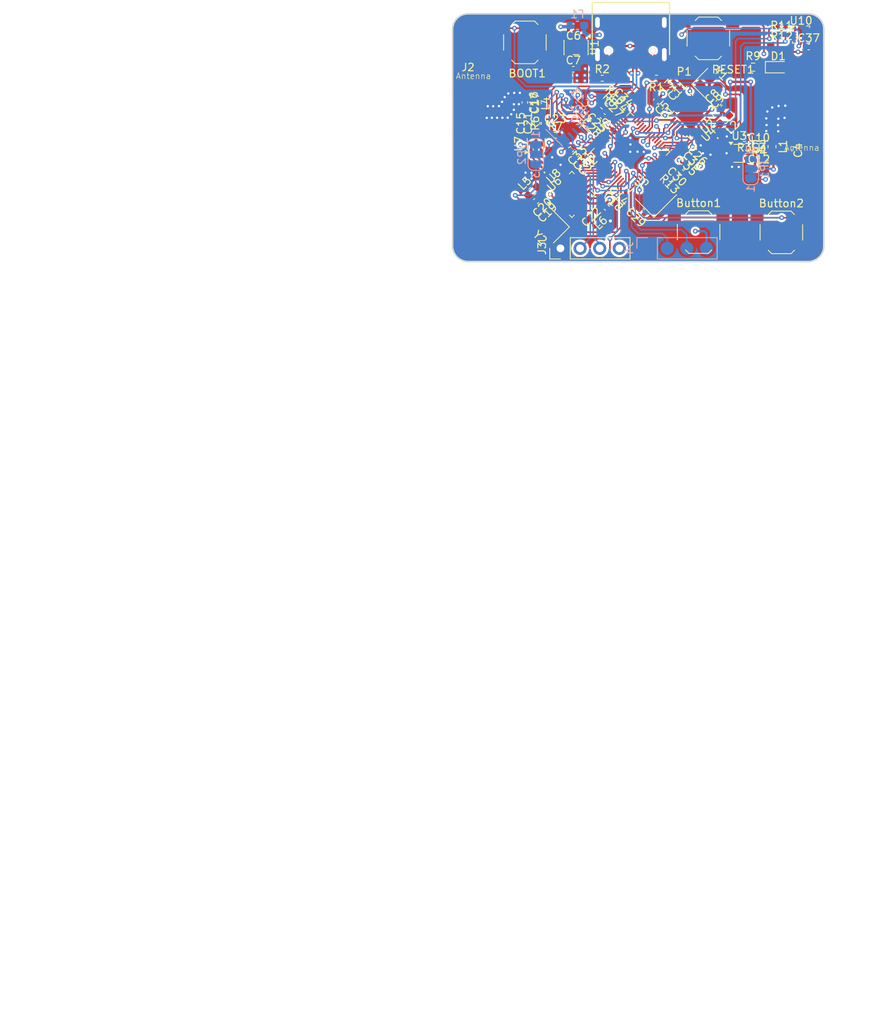
<source format=kicad_pcb>
(kicad_pcb (version 20241229) (generator "pcbnew") (generator_version "9.0")
  (title_block (title "Cat-Stick") (date "2021-06-23") (rev "v3.2") (company "Electronic Cats") (comment 1 "Eduardo Contreras"))
  (layers (0 "F.Cu" signal) (4 "In1.Cu" power "GND") (6 "In2.Cu" power "VCC") (2 "B.Cu" signal) (13 "F.Paste" user) (15 "B.Paste" user) (5 "F.SilkS" user "F.Silkscreen") (7 "B.SilkS" user "B.Silkscreen") (1 "F.Mask" user) (3 "B.Mask" user) (25 "Edge.Cuts" user))
  (net 0 "")
  (net 1 "GND")
  (net 2 "+3V3")
  (net 3 "Net-(C2-Pad2)")
  (net 4 "Net-(U3-RFC)")
  (net 5 "Net-(J1-In)")
  (net 6 "VCC")
  (net 7 "Net-(U4-VR_PA)")
  (net 8 "Net-(U3-V1)")
  (net 9 "Net-(U4-VREG)")
  (net 10 "Net-(U3-V2)")
  (net 11 "Net-(U7-RFC)")
  (net 12 "Net-(C15-Pad2)")
  (net 13 "Net-(J2-In)")
  (net 14 "Net-(U8-VR_PA)")
  (net 15 "Net-(U7-V1)")
  (net 16 "Net-(U8-VREG)")
  (net 17 "Net-(U7-V2)")
  (net 18 "+1V2")
  (net 19 "Net-(U9-XIN)")
  (net 20 "Net-(C30-Pad1)")
  (net 21 "/LED1")
  (net 22 "Net-(D1-K)")
  (net 23 "Net-(F1-Pad1)")
  (net 24 "/TXD")
  (net 25 "/RXD")
  (net 26 "/SWDIO")
  (net 27 "/SWCLK")
  (net 28 "Net-(JP1-C)")
  (net 29 "/DIO2")
  (net 30 "/R0_DIO2")
  (net 31 "/R1_DIO2")
  (net 32 "/DIO23")
  (net 33 "Net-(JP2-C)")
  (net 34 "/R0_RFO")
  (net 35 "Net-(U4-DCC_SW)")
  (net 36 "/R1_RFO")
  (net 37 "Net-(U8-DCC_SW)")
  (net 38 "Net-(P1-CC)")
  (net 39 "Net-(P1-VCONN)")
  (net 40 "/R0_ANT_SW")
  (net 41 "/QSPI_SS")
  (net 42 "/R1_ANT_SW")
  (net 43 "/RD+")
  (net 44 "/D+")
  (net 45 "/D-")
  (net 46 "/RD-")
  (net 47 "/SDA")
  (net 48 "/SCL")
  (net 49 "Net-(U9-XOUT)")
  (net 51 "Net-(U2-SW_RFO)")
  (net 52 "Net-(U2-SW_RFI)")
  (net 53 "/R0_RFI_N")
  (net 54 "/R0_XTB")
  (net 55 "/R0_RFI_P")
  (net 56 "/R0_DIO3")
  (net 57 "/R0_CIPO")
  (net 58 "/R0_COPI")
  (net 59 "/R0_SCK")
  (net 60 "/R0_RST")
  (net 61 "/R0_XTA")
  (net 62 "/R0_DIO1")
  (net 63 "/R0_BUSY")
  (net 64 "/R0_NSS")
  (net 65 "/QSPI_SD3")
  (net 66 "/QSPI_SCK")
  (net 67 "/QSPI_SD1")
  (net 68 "/QSPI_SD2")
  (net 69 "/QSPI_SD0")
  (net 70 "Net-(U6-SW_RFI)")
  (net 71 "Net-(U6-SW_RFO)")
  (net 72 "/R1_XTB")
  (net 73 "/R1_RFI_P")
  (net 74 "/R1_COPI")
  (net 75 "/R1_RFI_N")
  (net 76 "/R1_SCK")
  (net 77 "/R1_DIO1")
  (net 78 "/R1_NSS")
  (net 79 "/R1_RST")
  (net 80 "/R1_CIPO")
  (net 81 "/R1_BUSY")
  (net 82 "/R1_DIO3")
  (net 83 "/R1_XTA")
  (net 84 "/INT1")
  (net 85 "/RESET")
  (net 86 "/Butt_1")
  (net 87 "/Butt_2")
  (footprint "Crystal:Crystal_SMD_3225-4Pin_3.2x2.5mm" (layer "F.Cu") (at 170.826276 37.858994 45)
    (property "Reference" "Y3")
    (property "Value" "12MHz")
  )
  (footprint "Inductor_SMD:L_0603_1608Metric" (layer "F.Cu") (at 155.14 25.83 -90)
    (property "Reference" "L4")
    (property "Value" "9.1nH")
  )
  (footprint "Capacitor_SMD:C_0402_1005Metric" (layer "F.Cu") (at 155.33 38.44 -135)
    (property "Reference" "C20")
    (property "Value" "47pF")
  )
  (footprint "Capacitor_SMD:C_0402_1005Metric" (layer "F.Cu") (at 167.45 24.25 135)
    (property "Reference" "C34")
    (property "Value" "0.1uF")
  )
  (footprint "Resistor_SMD:R_0402_1005Metric" (layer "F.Cu") (at 187.08 15.93 180)
    (property "Reference" "R12")
    (property "Value" "10k")
  )
  (footprint "Package_TO_SOT_SMD:SOT-363_SC-70-6" (layer "F.Cu") (at 181.61 32.25)
    (property "Reference" "U3")
    (property "Value" "PE42421")
  )
  (footprint "Capacitor_SMD:C_0402_1005Metric" (layer "F.Cu") (at 163.95 27.44 135)
    (property "Reference" "C25")
    (property "Value" "0.1uF")
  )
  (footprint "Inductor_SMD:L_0603_1608Metric" (layer "F.Cu") (at 162.68 40.23 -135)
    (property "Reference" "L6")
    (property "Value" "15uH")
  )
  (footprint "Capacitor_SMD:C_0402_1005Metric" (layer "F.Cu") (at 184.14 30.33 180)
    (property "Reference" "C3")
    (property "Value" "3.3pF")
  )
  (footprint "Capacitor_SMD:C_0402_1005Metric" (layer "F.Cu") (at 159.86 31.74 -135)
    (property "Reference" "C33")
    (property "Value" "0.1uF")
  )
  (footprint "Resistor_SMD:R_0402_1005Metric" (layer "F.Cu") (at 156.38 28.37 90)
    (property "Reference" "R6")
    (property "Value" "100R")
  )
  (footprint "LED_SMD:LED_0603_1608Metric_Pad1.05x0.95mm_HandSolder" (layer "F.Cu") (at 186.645 21.13)
    (property "Reference" "D1")
    (property "Value" "LED")
  )
  (footprint "Capacitor_SMD:C_0402_1005Metric" (layer "F.Cu") (at 163.27 41.31 45)
    (property "Reference" "C22")
    (property "Value" "470nF")
  )
  (footprint "Capacitor_SMD:C_0402_1005Metric" (layer "F.Cu") (at 178.917494 25.708853 45)
    (property "Reference" "C8")
    (property "Value" "0.1uF")
  )
  (footprint "Capacitor_SMD:C_0402_1005Metric" (layer "F.Cu") (at 175.39 33.36 -45)
    (property "Reference" "C26")
    (property "Value" "1uF")
  )
  (footprint "Resistor_SMD:R_0402_1005Metric" (layer "F.Cu") (at 163.89 22.55)
    (property "Reference" "R2")
    (property "Value" "5k1")
  )
  (footprint "Capacitor_SMD:C_0402_1005Metric" (layer "F.Cu") (at 161.19 33.05 -135)
    (property "Reference" "C32")
    (property "Value" "0.1uF")
  )
  (footprint "Capacitor_SMD:C_0402_1005Metric" (layer "F.Cu") (at 153.87 25.68 -90)
    (property "Reference" "C16")
    (property "Value" "3.3pF")
  )
  (footprint "Capacitor_SMD:C_0402_1005Metric" (layer "F.Cu") (at 184.14 32.31)
    (property "Reference" "C2")
    (property "Value" "100pF")
  )
  (footprint "Crystal:Crystal_SMD_2520-4Pin_2.5x2.0mm" (layer "F.Cu") (at 157.4 41.59 135)
    (property "Reference" "Y2")
    (property "Value" "32Mhz")
  )
  (footprint "Capacitor_SMD:C_0402_1005Metric" (layer "F.Cu") (at 188.06 31.87 -90)
    (property "Reference" "C4")
    (property "Value" "3.3pF")
  )
  (footprint "Resistor_SMD:R_0603_1608Metric" (layer "F.Cu") (at 183.39 21.12)
    (property "Reference" "R9")
    (property "Value" "330")
  )
  (footprint "Inductor_SMD:L_0603_1608Metric" (layer "F.Cu") (at 154.87 37.14 45)
    (property "Reference" "L5")
    (property "Value" "47nH")
  )
  (footprint "Button_Switch_SMD:SW_SPST_TL3342" (layer "F.Cu") (at 177.61 17.4)
    (property "Reference" "RESET1")
    (property "Value" "SW")
  )
  (footprint "Button_Switch_SMD:SW_SPST_TL3342" (layer "F.Cu") (at 176.35 42.43)
    (property "Reference" "Button1")
    (property "Value" "SW")
  )
  (footprint "Capacitor_SMD:C_0402_1005Metric" (layer "F.Cu") (at 190.59 18.52)
    (property "Reference" "C37")
    (property "Value" "0.1uF")
  )
  (footprint "Inductor_SMD:L_0603_1608Metric" (layer "F.Cu") (at 185.84 31.39 -90)
    (property "Reference" "L1")
    (property "Value" "9.1nH")
  )
  (footprint "Capacitor_SMD:C_0402_1005Metric" (layer "F.Cu") (at 160.165 15.895 180)
    (property "Reference" "C6")
    (property "Value" "1uF")
  )
  (footprint "Resistor_SMD:R_0402_1005Metric" (layer "F.Cu") (at 182.27 30.34 180)
    (property "Reference" "R3")
    (property "Value" "100R")
  )
  (footprint "Resistor_SMD:R_0402_1005Metric" (layer "F.Cu") (at 187.08 16.9)
    (property "Reference" "R11")
    (property "Value" "10k")
  )
  (footprint "Capacitor_SMD:C_0402_1005Metric" (layer "F.Cu") (at 157.8 28.98)
    (property "Reference" "C23")
    (property "Value" "1nF")
  )
  (footprint "FlatSat:SMA_EDGE" (layer "F.Cu") (at 144.482 26.9)
    (property "Reference" "J2")
    (property "Value" "Antenna")
  )
  (footprint "Capacitor_SMD:C_0402_1005Metric" (layer "F.Cu") (at 171.46 26.22 -135)
    (property "Reference" "C1")
    (property "Value" "0.1uF")
  )
  (footprint "Package_DFN_QFN:QFN-24-1EP_4x4mm_P0.5mm_EP2.65x2.65mm" (layer "F.Cu") (at 159.948528 37.560812 45)
    (property "Reference" "U8")
    (property "Value" "SX1262IMLTRT")
  )
  (footprint "Capacitor_SMD:C_0402_1005Metric" (layer "F.Cu") (at 160.145 21.395)
    (property "Reference" "C7")
    (property "Value" "0.1uF")
  )
  (footprint "Button_Switch_SMD:SW_SPST_TL3342" (layer "F.Cu") (at 153.88 17.92)
    (property "Reference" "BOOT1")
    (property "Value" "SW")
  )
  (footprint "Resistor_SMD:R_0402_1005Metric" (layer "F.Cu") (at 170.89 22.55 180)
    (property "Reference" "R1")
    (property "Value" "5k1")
  )
  (footprint "Resistor_SMD:R_0402_1005Metric" (layer "F.Cu") (at 164.73 25.52 -45)
    (property "Reference" "R10")
    (property "Value" "27")
  )
  (footprint "FlatSat:0900FM15D0039E" (layer "F.Cu") (at 177.777915 31.33225 45)
    (property "Reference" "U2")
    (property "Value" "0900FM15D0039")
  )
  (footprint "Crystal:Crystal_SMD_2520-4Pin_2.5x2.0mm" (layer "F.Cu") (at 177.707494 23.518853 -45)
    (property "Reference" "Y1")
    (property "Value" "32Mhz")
  )
  (footprint "Resistor_SMD:R_0402_1005Metric" (layer "F.Cu") (at 184.14 33.25)
    (property "Reference" "R4")
    (property "Value" "100R")
  )
  (footprint "Capacitor_SMD:C_0402_1005Metric" (layer "F.Cu") (at 166.13 25.56 135)
    (property "Reference" "C27")
    (property "Value" "0.1uF")
  )
  (footprint "Capacitor_SMD:C_0402_1005Metric" (layer "F.Cu") (at 164.48 39.29 -45)
    (property "Reference" "C18")
    (property "Value" "0.1uF")
  )
  (footprint "Capacitor_SMD:C_0402_1005Metric" (layer "F.Cu") (at 174.74 34.05 -45)
    (property "Reference" "C36")
    (property "Value" "0.1uF")
  )
  (footprint "Inductor_SMD:L_0603_1608Metric" (layer "F.Cu") (at 173.3 24.56 45)
    (property "Reference" "L3")
    (property "Value" "15uH")
  )
  (footprint "Button_Switch_SMD:SW_SPST_TL3342" (layer "F.Cu") (at 187.05 42.47)
    (property "Reference" "Button2")
    (property "Value" "SW")
  )
  (footprint "Package_TO_SOT_SMD:SOT-363_SC-70-6" (layer "F.Cu") (at 155.34 31.03 90)
    (property "Reference" "U7")
    (property "Value" "PE42421")
  )
  (footprint "Capacitor_SMD:C_0402_1005Metric" (layer "F.Cu") (at 160.53 32.39 -135)
    (property "Reference" "C31")
    (property "Value" "1uF")
  )
  (footprint "Capacitor_SMD:C_0402_1005Metric" (layer "F.Cu") (at 165.16 38.63 -45)
    (property "Reference" "C14")
    (property "Value" "0.1uF")
  )
  (footprint "Inductor_SMD:L_0603_1608Metric" (layer "F.Cu") (at 179.697494 27.878853 -135)
    (property "Reference" "L2")
    (property "Value" "47nH")
  )
  (footprint "Resistor_SMD:R_0402_1005Metric" (layer "F.Cu") (at 157.82 29.91)
    (property "Reference" "R7")
    (property "Value" "100R")
  )
  (footprint "FlatSat:0900FM15D0039E" (layer "F.Cu") (at 157.46 33.68 -135)
    (property "Reference" "U6")
    (property "Value" "0900FM15D0039")
  )
  (footprint "Capacitor_SMD:C_0402_1005Metric" (layer "F.Cu") (at 172.787494 23.378853 -135)
    (property "Reference" "C11")
    (property "Value" "470nF")
  )
  (footprint "Capacitor_SMD:C_0402_1005Metric" (layer "F.Cu") (at 184.13 31.39)
    (property "Reference" "C10")
    (property "Value" "1nF")
  )
  (footprint "Capacitor_SMD:C_0402_1005Metric" (layer "F.Cu") (at 156.35 25.76 90)
    (property "Reference" "C17")
    (property "Value" "3.3pF")
  )
  (footprint "Capacitor_SMD:C_0402_1005Metric" (layer "F.Cu") (at 179.577494 26.358853 45)
    (property "Reference" "C9")
    (property "Value" "47pF")
  )
  (footprint "Package_TO_SOT_SMD:SOT-23-5" (layer "F.Cu") (at 160.5 18.5925 -90)
    (property "Reference" "U1")
    (property "Value" "TLV75733PDBVR")
  )
  (footprint "Resistor_SMD:R_0402_1005Metric" (layer "F.Cu") (at 164.05 26.17 -45)
    (property "Reference" "R8")
    (property "Value" "27")
  )
  (footprint "Package_LGA:LGA-14_2x2mm_P0.35mm_LayoutBorder3x4y" (layer "F.Cu") (at 189.5975 16.915)
    (property "Reference" "U10")
    (property "Value" "LIS2DH")
  )
  (footprint "Capacitor_SMD:C_0402_1005Metric" (layer "F.Cu") (at 166.757494 24.878853 135)
    (property "Reference" "C24")
    (property "Value" "0.1uF")
  )
  (footprint "Connector_PinHeader_2.54mm:PinHeader_1x04_P2.54mm_Vertical" (layer "F.Cu") (at 158.48 44.53 90)
    (property "Reference" "J3")
    (property "Value" "Serial")
  )
  (footprint "Capacitor_SMD:C_0402_1005Metric" (layer "F.Cu") (at 155.45 28.37 90)
    (property "Reference" "C21")
    (property "Value" "1nF")
  )
  (footprint "Capacitor_SMD:C_0402_1005Metric" (layer "F.Cu") (at 155.97 39.12 -135)
    (property "Reference" "C19")
    (property "Value" "0.1uF")
  )
  (footprint "Package_DFN_QFN:QFN-24-1EP_4x4mm_P0.5mm_EP2.65x2.65mm" (layer "F.Cu") (at 175.310236 27.443828 -135)
    (property "Reference" "U4")
    (property "Value" "SX1262IMLTRT")
  )
  (footprint "Capacitor_SMD:C_0402_1005Metric" (layer "F.Cu") (at 170.81 25.57 -135)
    (property "Reference" "C5")
    (property "Value" "0.1uF")
  )
  (footprint "FlatSat:C393939" (layer "F.Cu") (at 167.59 19.4975 180)
    (property "Reference" "P1")
    (property "Value" "USB_C_Plug_USB2.0")
  )
  (footprint "Capacitor_SMD:C_0402_1005Metric" (layer "F.Cu") (at 184.14 34.2)
    (property "Reference" "C12")
    (property "Value" "1nF")
  )
  (footprint "FlatSat:SMA_EDGE" (layer "F.Cu") (at 192.45 26.9 180)
    (property "Reference" "J1")
    (property "Value" "Antenna")
  )
  (footprint "Capacitor_SMD:C_0402_1005Metric" (layer "F.Cu") (at 154.51 28.37 90)
    (property "Reference" "C15")
    (property "Value" "100pF")
  )
  (footprint "Capacitor_SMD:C_0402_1005Metric" (layer "F.Cu") (at 172.716276 36.068994 -45)
    (property "Reference" "C30")
    (property "Value" "27pF")
  )
  (footprint "Capacitor_SMD:C_0402_1005Metric" (layer "F.Cu") (at 163.29 28.11 135)
    (property "Reference" "C28")
    (property "Value" "0.1uF")
  )
  (footprint "Resistor_SMD:R_0402_1005Metric" (layer "F.Cu") (at 173.385652 35.40837 135)
    (property "Reference" "R13")
    (property "Value" "1k")
  )
  (footprint "Capacitor_SMD:C_0402_1005Metric" (layer "F.Cu") (at 174.076276 34.698994 -45)
    (property "Reference" "C35")
    (property "Value" "0.1uF")
  )
  (footprint "Package_DFN_QFN:QFN-56-1EP_7x7mm_P0.4mm_EP3.2x3.2mm" (layer "F.Cu") (at 167.507494 32.058853 45)
    (property "Reference" "U9")
    (property "Value" "RP2040")
  )
  (footprint "Capacitor_SMD:C_0402_1005Metric" (layer "F.Cu") (at 169.016276 39.718994 135)
    (property "Reference" "C29")
    (property "Value" "27pF")
  )
  (footprint "Fuse:Fuse_0603_1608Metric_Pad1.05x0.95mm_HandSolder" (layer "B.Cu") (at 160.68 15.72 180)
    (property "Reference" "F1")
    (property "Value" "0.75A")
  )
  (footprint "Capacitor_SMD:C_0402_1005Metric" (layer "B.Cu") (at 160.24 25.97 135)
    (property "Reference" "C13")
    (property "Value" "0.1uF")
  )
  (footprint "Jumper:SolderJumper-3_P1.3mm_Bridged12_RoundedPad1.0x1.5mm_NumberLabels" (layer "B.Cu") (at 183.09 34.25 90)
    (property "Reference" "JP1")
    (property "Value" "Jumper")
  )
  (footprint "Package_SON:Winbond_USON-8-2EP_3x4mm_P0.8mm_EP0.2x0.8mm" (layer "B.Cu") (at 159.153909 28.733909 135)
    (property "Reference" "U5")
    (property "Value" "W25Q16JV")
  )
  (footprint "Resistor_SMD:R_0402_1005Metric" (layer "B.Cu") (at 161.55 27.26 -45)
    (property "Reference" "R5")
    (property "Value" "10k")
  )
  (footprint "Connector_PinHeader_2.54mm:PinHeader_1x04_P2.54mm_Vertical" (layer "B.Cu") (at 169.75 44.53 -90)
    (property "Reference" "J4")
    (property "Value" "SWD")
  )
  (footprint "Jumper:SolderJumper-3_P1.3mm_Bridged12_RoundedPad1.0x1.5mm_NumberLabels" (layer "B.Cu") (at 155.29 32.41 -90)
    (property "Reference" "JP2")
    (property "Value" "Jumper")
  )
  (gr_line (start 146.54 46.23) (end 190.54 46.23) (stroke (width 0.2)) (layer "Edge.Cuts"))
  (gr_arc (start 192.54 44.23) (mid 191.954214 45.644214) (end 190.54 46.23) (stroke (width 0.2)) (layer "Edge.Cuts"))
  (gr_arc (start 190.54 14.23) (mid 191.954214 14.815786) (end 192.54 16.23) (stroke (width 0.2)) (layer "Edge.Cuts"))
  (gr_line (start 192.54 44.23) (end 192.54 16.23) (stroke (width 0.2)) (layer "Edge.Cuts"))
  (gr_line (start 144.54 16.23) (end 144.54 44.23) (stroke (width 0.2)) (layer "Edge.Cuts"))
  (gr_line (start 190.54 14.23) (end 146.54 14.23) (stroke (width 0.2)) (layer "Edge.Cuts"))
  (gr_arc (start 146.54 46.23) (mid 145.125786 45.644214) (end 144.54 44.23) (stroke (width 0.2)) (layer "Edge.Cuts"))
  (gr_arc (start 144.54 16.23) (mid 145.125786 14.815786) (end 146.54 14.23) (stroke (width 0.2)) (layer "Edge.Cuts"))
  (segment (start 164.920589 40.970589) (end 164.94 40.99) (width 0.25) (layer "F.Cu") (net 1))
  (segment (start 179.227484 29.882681) (end 177.74256 31.367605) (width 0.29337) (layer "F.Cu") (net 1))
  (segment (start 158.825563 40.96354) (end 159.81 41.947977) (width 0.2) (layer "F.Cu") (net 1))
  (segment (start 159.1 39.47) (end 158.825563 39.744437) (width 0.2) (layer "F.Cu") (net 1))
  (segment (start 178.774936 31.26861) (end 179.750511 32.244185) (width 0.29337) (layer "F.Cu") (net 1))
  (segment (start 169.231067 35.196639) (end 169.559563 35.525135) (width 0.2) (layer "F.Cu") (net 1))
  (segment (start 155.45 27.518913) (end 155.912685 27.056228) (width 0.29337) (layer "F.Cu") (net 1))
  (segment (start 159.604554 34.505446) (end 160.720589 33.389411) (width 0.25) (layer "F.Cu") (net 1))
  (segment (start 155.755873 34.875011) (end 156.010431 35.129569) (width 0.29337) (layer "F.Cu") (net 1))
  (segment (start 160.62 17.335) (end 160.62 15.92) (width 0.3) (layer "F.Cu") (net 1))
  (segment (start 173.046936 24.156936) (end 172.608264 23.718264) (width 0.2) (layer "F.Cu") (net 1))
  (segment (start 179.916905 26.019442) (end 179.960819 26.019442) (width 0.25) (layer "F.Cu") (net 1))
  (segment (start 160.5 17.455) (end 160.62 17.335) (width 0.3) (layer "F.Cu") (net 1))
  (segment (start 177.831238 24.632546) (end 177.831238 22.652648) (width 0.2) (layer "F.Cu") (net 1))
  (segment (start 156.752193 34.73996) (end 156.40004 34.73996) (width 0.29337) (layer "F.Cu") (net 1))
  (segment (start 167.864428 33.83) (end 167.5 33.83) (width 0.2) (layer "F.Cu") (net 1))
  (segment (start 155.755873 34.450746) (end 155.755873 34.875011) (width 0.29337) (layer "F.Cu") (net 1))
  (segment (start 155.45 27.89) (end 155.45 27.518913) (width 0.29337) (layer "F.Cu") (net 1))
  (segment (start 184.61 31.39) (end 184.61 31.28) (width 0.29337) (layer "F.Cu") (net 1))
  (segment (start 176.444211 25.249193) (end 176.444211 24.584211) (width 0.2) (layer "F.Cu") (net 1))
  (segment (start 156.957685 25.607685) (end 156.63 25.28) (width 0.29337) (layer "F.Cu") (net 1))
  (segment (start 156.40004 34.73996) (end 156.010431 35.129569) (width 0.29337) (layer "F.Cu") (net 1))
  (segment (start 169.231067 35.196639) (end 167.864428 33.83) (width 0.2) (layer "F.Cu") (net 1))
  (segment (start 176.444211 24.584211) (end 175.44 23.58) (width 0.2) (layer "F.Cu") (net 1))
  (segment (start 158.825563 39.744437) (end 158.825563 40.96354) (width 0.2) (layer "F.Cu") (net 1))
  (segment (start 163.609411 40.970589) (end 164.920589 40.970589) (width 0.25) (layer "F.Cu") (net 1))
  (segment (start 174.414648 25.53464) (end 173.046936 24.166928) (width 0.2) (layer "F.Cu") (net 1))
  (segment (start 156.957685 26.565175) (end 156.957685 25.607685) (width 0.29337) (layer "F.Cu") (net 1))
  (segment (start 159.81 41.947977) (end 159.81 42.13) (width 0.2) (layer "F.Cu") (net 1))
  (segment (start 184.61 31.28) (end 183.66 30.33) (width 0.29337) (layer "F.Cu") (net 1))
  (segment (start 176.158764 25.53464) (end 175.310236 26.383168) (width 0.2) (layer "F.Cu") (net 1))
  (segment (start 178.774936 31.26861) (end 178.484322 30.977996) (width 0.29337) (layer "F.Cu") (net 1))
  (segment (start 159.948528 36.500152) (end 159.948528 37.560812) (width 0.2) (layer "F.Cu") (net 1))
  (segment (start 174.461708 25.53464) (end 174.414648 25.53464) (width 0.2) (layer "F.Cu") (net 1))
  (segment (start 175.310236 26.383168) (end 175.310236 27.443828) (width 0.2) (layer "F.Cu") (net 1))
  (segment (start 160.62 15.92) (end 160.645 15.895) (width 0.3) (layer "F.Cu") (net 1))
  (segment (start 158.825563 34.465563) (end 158.68 34.32) (width 0.2) (layer "F.Cu") (net 1))
  (segment (start 180.821377 26.88) (end 181.18 26.88) (width 0.25) (layer "F.Cu") (net 1))
  (segment (start 163.525241 40.970589) (end 163.609411 40.970589) (width 0.25) (layer "F.Cu") (net 1))
  (segment (start 175.310236 28.504488) (end 175.310236 27.443828) (width 0.2) (layer "F.Cu") (net 1))
  (segment (start 155.36 32) (end 155.34 31.98) (width 0.2) (layer "F.Cu") (net 1))
  (segment (start 179.750511 32.244185) (end 179.963099 32.244185) (width 0.29337) (layer "F.Cu") (net 1))
  (segment (start 179.960819 26.019442) (end 180.821377 26.88) (width 0.25) (layer "F.Cu") (net 1))
  (segment (start 184.61 31.39) (end 186.59 31.39) (width 0.29337) (layer "F.Cu") (net 1))
  (segment (start 156.466632 27.056228) (end 156.957685 26.565175) (width 0.29337) (layer "F.Cu") (net 1))
  (segment (start 176.370896 27.443828) (end 175.310236 27.443828) (width 0.2) (layer "F.Cu") (net 1))
  (segment (start 178.484322 30.977996) (end 178.484322 30.27089) (width 0.29337) (layer "F.Cu") (net 1))
  (segment (start 176.158764 25.53464) (end 176.444211 25.249193) (width 0.2) (layer "F.Cu") (net 1))
  (segment (start 180.654185 32.244185) (end 180.66 32.25) (width 0.29337) (layer "F.Cu") (net 1))
  (segment (start 159.1 35.651624) (end 159.948528 36.500152) (width 0.2) (layer "F.Cu") (net 1))
  (segment (start 157.495355 33.644645) (end 156.40004 34.73996) (width 0.29337) (layer "F.Cu") (net 1))
  (segment (start 157.042807 35.030574) (end 156.752193 34.73996) (width 0.29337) (layer "F.Cu") (net 1))
  (segment (start 176.158764 29.353016) (end 176.433201 29.627453) (width 0.2) (layer "F.Cu") (net 1))
  (segment (start 177.831238 22.652648) (end 177.58375 22.40516) (width 0.2) (layer "F.Cu") (net 1))
  (segment (start 186.59 31.39) (end 186.98 31) (width 0.29337) (layer "F.Cu") (net 1))
  (segment (start 155.912685 27.056228) (end 156.466632 27.056228) (width 0.29337) (layer "F.Cu") (net 1))
  (segment (start 158.03934 38.40934) (end 158.887868 37.560812) (width 0.2) (layer "F.Cu") (net 1))
  (segment (start 169.559563 35.968693) (end 169.334 36.194256) (width 0.2) (layer "F.Cu") (net 1))
  (segment (start 158.887868 37.560812) (end 159.948528 37.560812) (width 0.2) (layer "F.Cu") (net 1))
  (segment (start 169.334 36.194256) (end 169.334 37.922353) (width 0.2) (layer "F.Cu") (net 1))
  (segment (start 169.334 37.922353) (end 169.447418 38.035771) (width 0.2) (layer "F.Cu") (net 1))
  (segment (start 159.1 39.47) (end 159.948528 38.621472) (width 0.2) (layer "F.Cu") (net 1))
  (segment (start 179.963099 32.244185) (end 180.654185 32.244185) (width 0.29337) (layer "F.Cu") (net 1))
  (segment (start 160.797056 39.47) (end 159.948528 38.621472) (width 0.2) (layer "F.Cu") (net 1))
  (segment (start 172.608264 23.718264) (end 172.448083 23.718264) (width 0.2) (layer "F.Cu") (net 1))
  (segment (start 174.461708 25.53464) (end 175.310236 26.383168) (width 0.2) (layer "F.Cu") (net 1))
  (segment (start 177.219424 26.5953) (end 176.370896 27.443828) (width 0.2) (layer "F.Cu") (net 1))
  (segment (start 159.1 35.651624) (end 158.825563 35.377187) (width 0.2) (layer "F.Cu") (net 1))
  (segment (start 173.046936 24.166928) (end 173.046936 24.156936) (width 0.2) (layer "F.Cu") (net 1))
  (segment (start 176.158764 29.353016) (end 175.310236 28.504488) (width 0.2) (layer "F.Cu") (net 1))
  (segment (start 176.433201 29.627453) (end 176.433201 31.043201) (width 0.2) (layer "F.Cu") (net 1))
  (segment (start 176.433201 31.043201) (end 176.62 31.23) (width 0.2) (layer "F.Cu") (net 1))
  (segment (start 158.825563 35.377187) (end 158.825563 34.465563) (width 0.2) (layer "F.Cu") (net 1))
  (segment (start 178.484322 30.27089) (end 178.195108 29.981676) (width 0.29337) (layer "F.Cu") (net 1))
  (segment (start 160.720589 33.389411) (end 160.850589 33.389411) (width 0.25) (layer "F.Cu") (net 1))
  (segment (start 159.948528 38.621472) (end 159.948528 37.560812) (width 0.2) (layer "F.Cu") (net 1))
  (segment (start 156.462979 33.74364) (end 155.36 32.640661) (width 0.2) (layer "F.Cu") (net 1))
  (segment (start 156.63 25.28) (end 156.35 25.28) (width 0.29337) (layer "F.Cu") (net 1))
  (segment (start 175.44 23.58) (end 175.44 22.71) (width 0.2) (layer "F.Cu") (net 1))
  (segment (start 155.36 32.640661) (end 155.36 32) (width 0.2) (layer "F.Cu") (net 1))
  (segment (start 169.559563 35.525135) (end 169.559563 35.968693) (width 0.2) (layer "F.Cu") (net 1))
  (via (at 152.46 26.63) (size 0.6) (drill 0.3) (layers "F.Cu" "B.Cu") (net 1))
  (via (at 149.61 27.66) (size 0.6) (drill 0.3) (layers "F.Cu" "B.Cu") (net 1))
  (via (at 152.12 27.21) (size 0.6) (drill 0.3) (layers "F.Cu" "B.Cu") (net 1))
  (via (at 150.29 27.66) (size 0.6) (drill 0.3) (layers "F.Cu" "B.Cu") (net 1))
  (via (at 154.74 35.53) (size 0.6) (drill 0.3) (layers "F.Cu" "B.Cu") (net 1))
  (via (at 169.26 32.06) (size 0.6) (drill 0.3) (layers "F.Cu" "B.Cu") (net 1))
  (via (at 151.66 27.65) (size 0.6) (drill 0.3) (layers "F.Cu" "B.Cu") (net 1))
  (via (at 149.08 26.17) (size 0.6) (drill 0.3) (layers "F.Cu" "B.Cu") (net 1))
  (via (at 179.963099 32.244185) (size 0.6) (drill 0.3) (layers "F.Cu" "B.Cu") (net 1))
  (via (at 167.52 30.28) (size 0.6) (drill 0.3) (layers "F.Cu" "B.Cu") (net 1))
  (via (at 152.46 25.92) (size 0.6) (drill 0.3) (layers "F.Cu" "B.Cu") (net 1))
  (via (at 176.62 31.23) (size 0.6) (drill 0.3) (layers "F.Cu" "B.Cu") (net 1))
  (via (at 185.13 28.6) (size 0.6) (drill 0.3) (layers "F.Cu" "B.Cu") (net 1))
  (via (at 180.07 29.17) (size 0.6) (drill 0.3) (layers "F.Cu" "B.Cu") (net 1))
  (via (at 153.1 25.91) (size 0.6) (drill 0.3) (layers "F.Cu" "B.Cu") (net 1))
  (via (at 153.97 34.75) (size 0.6) (drill 0.3) (layers "F.Cu" "B.Cu") (net 1))
  (via (at 185.24 26.85) (size 0.6) (drill 0.3) (layers "F.Cu" "B.Cu") (net 1))
  (via (at 152.5 24.45) (size 0.6) (drill 0.3) (layers "F.Cu" "B.Cu") (net 1))
  (via (at 176.91 32.25) (size 0.6) (drill 0.3) (layers "F.Cu" "B.Cu") (net 1))
  (via (at 159.79 24.32) (size 0.6) (drill 0.3) (layers "F.Cu" "B.Cu") (net 1))
  (via (at 185.1 29.37) (size 0.6) (drill 0.3) (layers "F.Cu" "B.Cu") (net 1))
  (via (at 153.98 35.51) (size 0.6) (drill 0.3) (layers "F.Cu" "B.Cu") (net 1))
  (via (at 187.47 27.67) (size 0.6) (drill 0.3) (layers "F.Cu" "B.Cu") (net 1))
  (via (at 149.78 26.17) (size 0.6) (drill 0.3) (layers "F.Cu" "B.Cu") (net 1))
  (via (at 150.93 25.6) (size 0.6) (drill 0.3) (layers "F.Cu" "B.Cu") (net 1))
  (via (at 167.53 31.11) (size 0.6) (drill 0.3) (layers "F.Cu" "B.Cu") (net 1))
  (via (at 180.67 34) (size 0.6) (drill 0.3) (layers "F.Cu" "B.Cu") (net 1))
  (via (at 185.1 27.74) (size 0.6) (drill 0.3) (layers "F.Cu" "B.Cu") (net 1))
  (via (at 179.99 30.07) (size 0.6) (drill 0.3) (layers "F.Cu" "B.Cu") (net 1))
  (via (at 151.27 24.99) (size 0.6) (drill 0.3) (layers "F.Cu" "B.Cu") (net 1))
  (via (at 186.69 26.14) (size 0.6) (drill 0.3) (layers "F.Cu" "B.Cu") (net 1))
  (via (at 185.87 26.33) (size 0.6) (drill 0.3) (layers "F.Cu" "B.Cu") (net 1))
  (via (at 153.23 24.44) (size 0.6) (drill 0.3) (layers "F.Cu" "B.Cu") (net 1))
  (via (at 148.95 27.68) (size 0.6) (drill 0.3) (layers "F.Cu" "B.Cu") (net 1))
  (via (at 150.97 27.66) (size 0.6) (drill 0.3) (layers "F.Cu" "B.Cu") (net 1))
  (via (at 186.62 28.61) (size 0.6) (drill 0.3) (layers "F.Cu" "B.Cu") (net 1))
  (via (at 151.74 24.52) (size 0.6) (drill 0.3) (layers "F.Cu" "B.Cu") (net 1))
  (via (at 186.65 29.41) (size 0.6) (drill 0.3) (layers "F.Cu" "B.Cu") (net 1))
  (via (at 180.55 29.59) (size 0.6) (drill 0.3) (layers "F.Cu" "B.Cu") (net 1))
  (via (at 186.66 27.78) (size 0.6) (drill 0.3) (layers "F.Cu" "B.Cu") (net 1))
  (via (at 168.45 32.05) (size 0.6) (drill 0.3) (layers "F.Cu" "B.Cu") (net 1))
  (via (at 167.507494 32.058853) (size 0.6) (drill 0.3) (layers "F.Cu" "B.Cu") (net 1))
  (via (at 154.73 34.77) (size 0.6) (drill 0.3) (layers "F.Cu" "B.Cu") (net 1))
  (via (at 158.5 33.74) (size 0.6) (drill 0.3) (layers "F.Cu" "B.Cu") (net 1))
  (via (at 164.94 40.99) (size 0.8) (drill 0.4) (layers "F.Cu" "B.Cu") (net 1))
  (via (at 150.53 26.15) (size 0.6) (drill 0.3) (layers "F.Cu" "B.Cu") (net 1))
  (via (at 157.42 32.77) (size 0.6) (drill 0.3) (layers "F.Cu" "B.Cu") (net 1))
  (via (at 181.54 34.02) (size 0.6) (drill 0.3) (layers "F.Cu" "B.Cu") (net 1))
  (via (at 187.56 26.1) (size 0.6) (drill 0.3) (layers "F.Cu" "B.Cu") (net 1))
  (via (at 177.89 32.43) (size 0.6) (drill 0.3) (layers "F.Cu" "B.Cu") (net 1))
  (segment (start 159.900589 24.430589) (end 159.79 24.32) (width 0.2) (layer "B.Cu") (net 1))
  (segment (start 159.900589 25.630589) (end 159.900589 24.430589) (width 0.2) (layer "B.Cu") (net 1))
  (segment (start 167.84 26.864988) (end 166.915292 27.789696) (width 0.25) (layer "F.Cu") (net 2))
  (segment (start 164.160589 38.950589) (end 164.820589 38.290589) (width 0.29337) (layer "F.Cu") (net 2))
  (segment (start 190.11 19.04) (end 189.97 19.18) (width 0.2) (layer "F.Cu") (net 2))
  (segment (start 158.58 32.07) (end 158.616178 32.07) (width 0.2) (layer "F.Cu") (net 2))
  (segment (start 167.096905 25.286905) (end 167.84 26.03) (width 0.25) (layer "F.Cu") (net 2))
  (segment (start 173.736865 34.359583) (end 173.751595 34.359583) (width 0.25) (layer "F.Cu") (net 2))
  (segment (start 162.178838 38.730462) (end 161.857716 38.40934) (width 0.29337) (layer "F.Cu") (net 2))
  (segment (start 165.218236 29.486752) (end 165.372494 29.332494) (width 0.2) (layer "F.Cu") (net 2))
  (segment (start 163.652173 38.950589) (end 163.432046 38.730462) (width 0.29337) (layer "F.Cu") (net 2))
  (segment (start 171.27 29.71056) (end 170.64528 30.33528) (width 0.2) (layer "F.Cu") (net 2))
  (segment (start 170.661067 34.929583) (end 170.079595 34.348111) (width 0.25) (layer "F.Cu") (net 2))
  (segment (start 167.789411 24.589411) (end 167.725758 24.589411) (width 0.2) (layer "F.Cu") (net 2))
  (segment (start 164.84 38.29) (end 164.821178 38.29) (width 0.29337) (layer "F.Cu") (net 2))
  (segment (start 161.529411 32.710589) (end 160.869411 32.050589) (width 0.2) (layer "F.Cu") (net 2))
  (segment (start 164.621292 28.541374) (end 164.621292 28.581292) (width 0.25) (layer "F.Cu") (net 2))
  (segment (start 187.54 15.93) (end 186.57 16.9) (width 0.2) (layer "F.Cu") (net 2))
  (segment (start 172.985779 26.180031) (end 172.098853 26.180031) (width 0.3) (layer "F.Cu") (net 2))
  (segment (start 189.9475 17.6775) (end 190.1225 17.6775) (width 0.2) (layer "F.Cu") (net 2))
  (segment (start 163.238337 32.651055) (end 162.617282 32.03) (width 0.2) (layer "F.Cu") (net 2))
  (segment (start 160.869411 32.050589) (end 160.849411 32.050589) (width 0.2) (layer "F.Cu") (net 2))
  (segment (start 160.625 22.155) (end 160.61 22.17) (width 0.3) (layer "F.Cu") (net 2))
  (segment (start 164.821178 38.29) (end 164.820589 38.290589) (width 0.29337) (layer "F.Cu") (net 2))
  (segment (start 170.928912 28.778912) (end 171.27 29.12) (width 0.2) (layer "F.Cu") (net 2))
  (segment (start 164.75649 28.406176) (end 164.75649 28.24649) (width 0.2) (layer "F.Cu") (net 2))
  (segment (start 178.079917 26.582473) (end 177.939358 26.582473) (width 0.3) (layer "F.Cu") (net 2))
  (segment (start 187.59 15.93) (end 187.54 15.93) (width 0.2) (layer "F.Cu") (net 2))
  (segment (start 171.456905 24.923095) (end 171.456905 24.823095) (width 0.29337) (layer "F.Cu") (net 2))
  (segment (start 172.713174 34.003174) (end 171.786764 34.929583) (width 0.25) (layer "F.Cu") (net 2))
  (segment (start 160.849411 32.050589) (end 160.199411 31.400589) (width 0.2) (layer "F.Cu") (net 2))
  (segment (start 166.169 33.871) (end 166.169 34.81156) (width 0.2) (layer "F.Cu") (net 2))
  (segment (start 164.621292 28.541374) (end 164.75649 28.406176) (width 0.2) (layer "F.Cu") (net 2))
  (segment (start 171.439442 25.52062) (end 171.456905 25.52062) (width 0.29337) (layer "F.Cu") (net 2))
  (segment (start 171.786764 34.929583) (end 170.661067 34.929583) (width 0.25) (layer "F.Cu") (net 2))
  (segment (start 171.149411 25.230589) (end 171.439442 25.52062) (width 0.29337) (layer "F.Cu") (net 2))
  (segment (start 157.685786 38.055787) (end 157.675787 38.055787) (width 0.2) (layer "F.Cu") (net 2))
  (segment (start 174.400589 33.710589) (end 173.82 33.13) (width 0.25) (layer "F.Cu") (net 2))
  (segment (start 186.57 16.9) (end 186.57 18.64) (width 0.25) (layer "F.Cu") (net 2))
  (segment (start 167.725758 24.589411) (end 167.096905 25.218264) (width 0.2) (layer "F.Cu") (net 2))
  (segment (start 164.621292 28.581292) (end 165.372494 29.332494) (width 0.2) (layer "F.Cu") (net 2))
  (segment (start 168.47 26.93) (end 168.47 25.27) (width 0.25) (layer "F.Cu") (net 2))
  (segment (start 166.915292 27.789696) (end 166.632449 28.072539) (width 0.2) (layer "F.Cu") (net 2))
  (segment (start 171.149411 25.230589) (end 171.456905 24.923095) (width 0.29337) (layer "F.Cu") (net 2))
  (segment (start 186.57 18.64) (end 187.07 19.14) (width 0.25) (layer "F.Cu") (net 2))
  (segment (start 172.098853 26.180031) (end 171.799411 25.880589) (width 0.3) (layer "F.Cu") (net 2))
  (segment (start 163.432046 38.730462) (end 162.178838 38.730462) (width 0.29337) (layer "F.Cu") (net 2))
  (segment (start 159.988822 31.19) (end 160.199411 31.400589) (width 0.2) (layer "F.Cu") (net 2))
  (segment (start 162.21 32.03) (end 161.529411 32.710589) (width 0.2) (layer "F.Cu") (net 2))
  (segment (start 190.11 18.52) (end 190.11 19.04) (width 0.2) (layer "F.Cu") (net 2))
  (segment (start 162.617282 32.03) (end 162.21 32.03) (width 0.2) (layer "F.Cu") (net 2))
  (segment (start 161.45 19.73) (end 161.45 20.57) (width 0.3) (layer "F.Cu") (net 2))
  (segment (start 161.63 22.18) (end 161.63 21.37) (width 0.3) (layer "F.Cu") (net 2))
  (segment (start 157.675787 38.055787) (end 157.18 37.56) (width 0.2) (layer "F.Cu") (net 2))
  (segment (start 160.625 21.395) (end 160.625 22.155) (width 0.3) (layer "F.Cu") (net 2))
  (segment (start 170.901 28.778912) (end 170.928912 28.778912) (width 0.2) (layer "F.Cu") (net 2))
  (segment (start 167.84 26.43) (end 167.84 26.864988) (width 0.25) (layer "F.Cu") (net 2))
  (segment (start 168.110304 27.789696) (end 168.47 27.43) (width 0.2) (layer "F.Cu") (net 2))
  (segment (start 167.84 26.03) (end 167.84 26.43) (width 0.25) (layer "F.Cu") (net 2))
  (segment (start 168.47 27.43) (end 168.47 26.93) (width 0.2) (layer "F.Cu") (net 2))
  (segment (start 164.75649 28.24649) (end 164.289411 27.779411) (width 0.2) (layer "F.Cu") (net 2))
  (segment (start 159.496178 31.19) (end 159.988822 31.19) (width 0.2) (layer "F.Cu") (net 2))
  (segment (start 189.25 19.18) (end 189.21 19.14) (width 0.2) (layer "F.Cu") (net 2))
  (segment (start 177.939358 26.582473) (end 177.572978 26.948853) (width 0.3) (layer "F.Cu") (net 2))
  (segment (start 168.47 25.27) (end 167.789411 24.589411) (width 0.25) (layer "F.Cu") (net 2))
  (segment (start 173.256865 33.879583) (end 172.836764 33.879583) (width 0.25) (layer "F.Cu") (net 2))
  (segment (start 167.096905 25.218264) (end 167.096905 25.286905) (width 0.25) (layer "F.Cu") (net 2))
  (segment (start 173.754601 26.241746) (end 173.401048 26.5953) (width 0.3) (layer "F.Cu") (net 2))
  (segment (start 163.652173 38.950589) (end 164.140589 38.950589) (width 0.29337) (layer "F.Cu") (net 2))
  (segment (start 164.140589 38.950589) (end 164.160589 38.950589) (width 0.29337) (layer "F.Cu") (net 2))
  (segment (start 166.2 33.84) (end 166.169 33.871) (width 0.2) (layer "F.Cu") (net 2))
  (segment (start 165.372494 29.332494) (end 165.501079 29.203909) (width 0.2) (layer "F.Cu") (net 2))
  (segment (start 164.621292 28.581292) (end 165.56 29.52) (width 0.25) (layer "F.Cu") (net 2))
  (segment (start 158.616178 32.07) (end 159.496178 31.19) (width 0.2) (layer "F.Cu") (net 2))
  (segment (start 171.456905 24.823095) (end 171.73 24.55) (width 0.29337) (layer "F.Cu") (net 2))
  (segment (start 189.9475 18.3575) (end 190.11 18.52) (width 0.2) (layer "F.Cu") (net 2))
  (segment (start 190.1225 17.6775) (end 190.36 17.44) (width 0.2) (layer "F.Cu") (net 2))
  (segment (start 171.456905 25.52062) (end 171.799411 25.863126) (width 0.29337) (layer "F.Cu") (net 2))
  (segment (start 173.736865 34.359583) (end 173.256865 33.879583) (width 0.25) (layer "F.Cu") (net 2))
  (segment (start 160.655 22.865) (end 160.64 22.88) (width 0.3) (layer "F.Cu") (net 2))
  (segment (start 161.45 20.57) (end 160.625 21.395) (width 0.3) (layer "F.Cu") (net 2))
  (segment (start 173.401048 26.5953) (end 172.985779 26.180031) (width 0.3) (layer "F.Cu") (net 2))
  (segment (start 161.857716 38.40934) (end 161.504163 38.762894) (width 0.29337) (layer "F.Cu") (net 2))
  (segment (start 189.97 19.18) (end 189.25 19.18) (width 0.2) (layer "F.Cu") (net 2))
  (segment (start 161.63 21.37) (end 161.68 21.32) (width 0.3) (layer "F.Cu") (net 2))
  (segment (start 171.27 29.12) (end 171.27 29.71056) (width 0.2) (layer "F.Cu") (net 2))
  (segment (start 173.751595 34.359583) (end 174.400589 33.710589) (width 0.25) (layer "F.Cu") (net 2))
  (segment (start 187.07 19.14) (end 189.21 19.14) (width 0.25) (layer "F.Cu") (net 2))
  (segment (start 172.836764 33.879583) (end 172.713174 34.003174) (width 0.25) (layer "F.Cu") (net 2))
  (segment (start 189.9475 17.6775) (end 189.9475 18.3575) (width 0.2) (layer "F.Cu") (net 2))
  (segment (start 171.799411 25.863126) (end 171.799411 25.880589) (width 0.29337) (layer "F.Cu") (net 2))
  (segment (start 166.169 34.81156) (end 165.783921 35.196639) (width 0.2) (layer "F.Cu") (net 2))
  (via (at 167.84 26.43) (size 0.6) (drill 0.3) (layers "F.Cu" "B.Cu") (net 2))
  (via (at 175.92 42.31) (size 0.6) (drill 0.3) (layers "F.Cu" "B.Cu") (net 2))
  (via (at 164.84 38.29) (size 0.6) (drill 0.3) (layers "F.Cu" "B.Cu") (net 2))
  (via (at 166.2 33.84) (size 0.6) (drill 0.3) (layers "F.Cu" "B.Cu") (net 2))
  (via (at 178.079917 26.582473) (size 0.6) (drill 0.3) (layers "F.Cu" "B.Cu") (net 2))
  (via (at 161.63 22.18) (size 0.6) (drill 0.3) (layers "F.Cu" "B.Cu") (net 2))
  (via (at 160.61 22.17) (size 0.6) (drill 0.3) (layers "F.Cu" "B.Cu") (net 2))
  (via (at 164.621292 28.541374) (size 0.6) (drill 0.3) (layers "F.Cu" "B.Cu") (net 2))
  (via (at 158.58 32.07) (size 0.6) (drill 0.3) (layers "F.Cu" "B.Cu") (net 2))
  (via (at 161.63 22.89) (size 0.6) (drill 0.3) (layers "F.Cu" "B.Cu") (net 2))
  (via (at 170.901 28.778912) (size 0.6) (drill 0.3) (layers "F.Cu" "B.Cu") (net 2))
  (via (at 189.21 19.14) (size 0.6) (drill 0.3) (layers "F.Cu" "B.Cu") (net 2))
  (via (at 173.82 33.13) (size 0.6) (drill 0.3) (layers "F.Cu" "B.Cu") (net 2))
  (via (at 157.18 37.56) (size 0.6) (drill 0.3) (layers "F.Cu" "B.Cu") (net 2))
  (via (at 161.68 21.32) (size 0.6) (drill 0.3) (layers "F.Cu" "B.Cu") (net 2))
  (via (at 160.62 22.88) (size 0.6) (drill 0.3) (layers "F.Cu" "B.Cu") (net 2))
  (via (at 171.73 24.55) (size 0.6) (drill 0.3) (layers "F.Cu" "B.Cu") (net 2))
  (via (at 160.73 24.73) (size 0.6) (drill 0.3) (layers "F.Cu" "B.Cu") (net 2))
  (segment (start 160.579411 26.309411) (end 160.579411 24.880589) (width 0.25) (layer "B.Cu") (net 2))
  (segment (start 160.579411 26.309411) (end 160.599411 26.309411) (width 0.25) (layer "B.Cu") (net 2))
  (segment (start 159.958035 26.930787) (end 160.579411 26.309411) (width 0.25) (layer "B.Cu") (net 2))
  (segment (start 159.047843 26.930787) (end 159.958035 26.930787) (width 0.25) (layer "B.Cu") (net 2))
  (segment (start 160.579411 24.880589) (end 160.73 24.73) (width 0.25) (layer "B.Cu") (net 2))
  (segment (start 177.37 42.59) (end 177.37 44.53) (width 0.3) (layer "B.Cu") (net 2))
  (segment (start 161.62 22.17) (end 161.63 22.18) (width 0.3) (layer "B.Cu") (net 2))
  (segment (start 175.92 42.31) (end 177.09 42.31) (width 0.3) (layer "B.Cu") (net 2))
  (segment (start 160.599411 26.309411) (end 161.189376 26.899376) (width 0.25) (layer "B.Cu") (net 2))
  (segment (start 177.09 42.31) (end 177.37 42.59) (width 0.3) (layer "B.Cu") (net 2))
  (segment (start 188.05 31.43) (end 188.06 31.44) (width 0.29337) (layer "F.Cu") (net 3))
  (segment (start 185.84 32.1375) (end 185.9575 32.02) (width 0.29337) (layer "F.Cu") (net 3))
  (segment (start 185.84 32.1775) (end 185.84 32.1375) (width 0.29337) (layer "F.Cu") (net 3))
  (segment (start 185.8 32.1775) (end 185.84 32.1775) (width 0.29337) (layer "F.Cu") (net 3))
  (segment (start 188.06 31.44) (end 188.06 31.39) (width 0.29337) (layer "F.Cu") (net 3))
  (segment (start 184.62 32.31) (end 185.6675 32.31) (width 0.29337) (layer "F.Cu") (net 3))
  (segment (start 187.58 31.43) (end 188.05 31.43) (width 0.29337) (layer "F.Cu") (net 3))
  (segment (start 186.99 32.02) (end 187.58 31.43) (width 0.29337) (layer "F.Cu") (net 3))
  (segment (start 185.9575 32.02) (end 186.99 32.02) (width 0.29337) (layer "F.Cu") (net 3))
  (segment (start 185.6675 32.31) (end 185.8 32.1775) (width 0.29337) (layer "F.Cu") (net 3))
  (segment (start 182.62 32.31) (end 182.56 32.25) (width 0.29337) (layer "F.Cu") (net 4))
  (segment (start 183.66 32.31) (end 182.62 32.31) (width 0.29337) (layer "F.Cu") (net 4))
  (segment (start 185.76 30.6025) (end 185.84 30.6025) (width 0.29337) (layer "F.Cu") (net 5))
  (segment (start 184.62 30.33) (end 185.4875 30.33) (width 0.29337) (layer "F.Cu") (net 5))
  (segment (start 185.84 27.46) (end 186.4 26.9) (width 0.29337) (layer "F.Cu") (net 5))
  (segment (start 185.84 30.6025) (end 185.84 27.46) (width 0.29337) (layer "F.Cu") (net 5))
  (segment (start 186.4 26.9) (end 189.402 26.9) (width 0.29337) (layer "F.Cu") (net 5))
  (segment (start 185.4875 30.33) (end 185.76 30.6025) (width 0.29337) (layer "F.Cu") (net 5))
  (segment (start 161.45 18.111904) (end 161.45 17.455) (width 0.4) (layer "F.Cu") (net 6))
  (segment (start 159.685 15.895) (end 159.51 16.07) (width 0.4) (layer "F.Cu") (net 6))
  (segment (start 160.976377 18.585527) (end 161.45 18.111904) (width 0.4) (layer "F.Cu") (net 6))
  (segment (start 158.515 15.895) (end 158.51 15.9) (width 0.4) (layer "F.Cu") (net 6))
  (segment (start 159.55 18.117499) (end 160.018028 18.585527) (width 0.4) (layer "F.Cu") (net 6))
  (segment (start 159.51 17.415) (end 159.55 17.455) (width 0.4) (layer "F.Cu") (net 6))
  (segment (start 159.685 15.895) (end 158.515 15.895) (width 0.4) (layer "F.Cu") (net 6))
  (segment (start 159.55 17.455) (end 159.55 18.117499) (width 0.4) (layer "F.Cu") (net 6))
  (segment (start 159.51 16.07) (end 159.51 17.415) (width 0.4) (layer "F.Cu") (net 6))
  (segment (start 160.018028 18.585527) (end 160.976377 18.585527) (width 0.4) (layer "F.Cu") (net 6))
  (via (at 158.51 15.9) (size 0.6) (drill 0.3) (layers "F.Cu" "B.Cu") (net 6))
  (segment (start 159.625 15.9) (end 159.805 15.72) (width 0.4) (layer "B.Cu") (net 6))
  (segment (start 158.51 15.9) (end 159.625 15.9) (width 0.4) (layer "B.Cu") (net 6))
  (segment (start 179.238083 26.698264) (end 179.228083 26.698264) (width 0.29337) (layer "F.Cu") (net 7))
  (segment (start 179.238083 27.228264) (end 178.527544 27.938803) (width 0.29337) (layer "F.Cu") (net 7))
  (segment (start 179.861825 27.322006) (end 179.238083 26.698264) (width 0.3) (layer "F.Cu") (net 7))
  (segment (start 179.228083 26.698264) (end 178.578083 26.048264) (width 0.29337) (layer "F.Cu") (net 7))
  (segment (start 179.238083 26.698264) (end 179.263211 26.698264) (width 0.29337) (layer "F.Cu") (net 7))
  (segment (start 179.238083 26.698264) (end 179.238083 27.228264) (width 0.29337) (layer "F.Cu") (net 7))
  (segment (start 180.254341 27.322006) (end 179.861825 27.322006) (width 0.3) (layer "F.Cu") (net 7))
  (segment (start 178.527544 27.938803) (end 177.572978 27.938803) (width 0.29337) (layer "F.Cu") (net 7))
  (segment (start 182.56 31.6) (end 182.56 30.56) (width 0.29337) (layer "F.Cu") (net 8))
  (segment (start 182.56 30.56) (end 182.78 30.34) (width 0.29337) (layer "F.Cu") (net 8))
  (segment (start 182.56 31.6) (end 183.44 31.6) (width 0.29337) (layer "F.Cu") (net 8))
  (segment (start 183.44 31.6) (end 183.65 31.39) (width 0.29337) (layer "F.Cu") (net 8))
  (segment (start 173.834341 23.980647) (end 173.834341 23.746878) (width 0.29337) (layer "F.Cu") (net 9))
  (segment (start 173.834341 24.025659) (end 173.834341 24.200166) (width 0.29337) (layer "F.Cu") (net 9))
  (segment (start 173.834341 23.746878) (end 173.126905 23.039442) (width 0.29337) (layer "F.Cu") (net 9))
  (segment (start 173.856847 24.003153) (end 173.834341 23.980647) (width 0.29337) (layer "F.Cu") (net 9))
  (segment (start 173.856847 24.003153) (end 173.834341 24.025659) (width 0.29337) (layer "F.Cu") (net 9))
  (segment (start 173.834341 24.200166) (end 174.815261 25.181086) (width 0.29337) (layer "F.Cu") (net 9))
  (segment (start 182.91 33.25) (end 182.56 32.9) (width 0.29337) (layer "F.Cu") (net 10))
  (segment (start 183.63 33.25) (end 182.91 33.25) (width 0.29337) (layer "F.Cu") (net 10))
  (segment (start 183.64 34.18) (end 183.66 34.2) (width 0.29337) (layer "F.Cu") (net 10))
  (segment (start 183.64 33.26) (end 183.64 34.18) (width 0.29337) (layer "F.Cu") (net 10))
  (segment (start 183.63 33.25) (end 183.64 33.26) (width 0.29337) (layer "F.Cu") (net 10))
  (segment (start 154.98 30.88) (end 154.35 30.88) (width 0.29337) (layer "F.Cu") (net 11))
  (segment (start 154.35 30.88) (end 153.79 30.32) (width 0.29337) (layer "F.Cu") (net 11))
  (segment (start 153.79 30.32) (end 153.79 29.1) (width 0.29337) (layer "F.Cu") (net 11))
  (segment (start 155.34 30.52) (end 154.98 30.88) (width 0.29337) (layer "F.Cu") (net 11))
  (segment (start 153.79 29.1) (end 154.04 28.85) (width 0.29337) (layer "F.Cu") (net 11))
  (segment (start 154.04 28.85) (end 154.51 28.85) (width 0.29337) (layer "F.Cu") (net 11))
  (segment (start 155.34 30.08) (end 155.34 30.52) (width 0.29337) (layer "F.Cu") (net 11))
  (segment (start 154.51 27.26) (end 155.14 26.63) (width 0.29337) (layer "F.Cu") (net 12))
  (segment (start 155.14 26.63) (end 155.14 26.617501) (width 0.29337) (layer "F.Cu") (net 12))
  (segment (start 155.5 26.257501) (end 155.14 26.617501) (width 0.29337) (layer "F.Cu") (net 12))
  (segment (start 154.51 27.89) (end 154.51 27.26) (width 0.29337) (layer "F.Cu") (net 12))
  (segment (start 155.3 26.307501) (end 155.14 26.467501) (width 0.29337) (layer "F.Cu") (net 12))
  (segment (start 155.14 26.467501) (end 155.14 26.617501) (width 0.29337) (layer "F.Cu") (net 12))
  (segment (start 156.35 26.24) (end 156.277501 26.24) (width 0.29337) (layer "F.Cu") (net 12))
  (segment (start 156.277501 26.24) (end 156.26 26.257501) (width 0.29337) (layer "F.Cu") (net 12))
  (segment (start 156.26 26.257501) (end 155.5 26.257501) (width 0.29337) (layer "F.Cu") (net 12))
  (segment (start 147.53 26.9) (end 151.35 26.9) (width 0.29337) (layer "F.Cu") (net 13))
  (segment (start 151.35 26.9) (end 151.7 26.55) (width 0.29337) (layer "F.Cu") (net 13))
  (segment (start 154.832499 25.2) (end 154.99 25.042499) (width 0.29337) (layer "F.Cu") (net 13))
  (segment (start 153.87 25.2) (end 154.832499 25.2) (width 0.29337) (layer "F.Cu") (net 13))
  (segment (start 152.16 25.2) (end 153.87 25.2) (width 0.29337) (layer "F.Cu") (net 13))
  (segment (start 151.7 25.66) (end 152.16 25.2) (width 0.29337) (layer "F.Cu") (net 13))
  (segment (start 151.7 26.55) (end 151.7 25.66) (width 0.29337) (layer "F.Cu") (net 13))
  (segment (start 154.99 25.042499) (end 155.14 25.042499) (width 0.29337) (layer "F.Cu") (net 13))
  (segment (start 155.669411 38.140589) (end 156.309411 38.780589) (width 0.25) (layer "F.Cu") (net 14))
  (segment (start 156.94 36.72) (end 157.339949 36.72) (width 0.25) (layer "F.Cu") (net 14))
  (segment (start 157.339949 36.72) (end 157.685786 37.065837) (width 0.25) (layer "F.Cu") (net 14))
  (segment (start 155.669411 37.990589) (end 156.94 36.72) (width 0.25) (layer "F.Cu") (net 14))
  (segment (start 155.669411 38.100589) (end 155.669411 38.140589) (width 0.25) (layer "F.Cu") (net 14))
  (segment (start 155.265669 37.696847) (end 155.669411 38.100589) (width 0.25) (layer "F.Cu") (net 14))
  (segment (start 154.313153 37.696847) (end 155.265669 37.696847) (width 0.25) (layer "F.Cu") (net 14))
  (segment (start 155.669411 38.100589) (end 155.669411 37.990589) (width 0.25) (layer "F.Cu") (net 14))
  (segment (start 154.69 30.08) (end 154.69 29.61) (width 0.29337) (layer "F.Cu") (net 15))
  (segment (start 155.479999 28.879999) (end 155.45 28.85) (width 0.29337) (layer "F.Cu") (net 15))
  (segment (start 154.69 29.61) (end 155.45 28.85) (width 0.29337) (layer "F.Cu") (net 15))
  (segment (start 156.38 28.879999) (end 155.479999 28.879999) (width 0.29337) (layer "F.Cu") (net 15))
  (segment (start 162.123153 40.786847) (end 162.123153 40.841975) (width 0.25) (layer "F.Cu") (net 16))
  (segment (start 162.123153 40.786847) (end 161.576306 40.24) (width 0.25) (layer "F.Cu") (net 16))
  (segment (start 161.576306 40.24) (end 160.859949 40.24) (width 0.25) (layer "F.Cu") (net 16))
  (segment (start 160.859949 40.24) (end 160.443503 39.823554) (width 0.25) (layer "F.Cu") (net 16))
  (segment (start 162.123153 40.841975) (end 162.930589 41.649411) (width 0.25) (layer "F.Cu") (net 16))
  (segment (start 155.99 30.08) (end 156.22 30.08) (width 0.29337) (layer "F.Cu") (net 17))
  (segment (start 157.36 29.860001) (end 157.36 29.02) (width 0.29337) (layer "F.Cu") (net 17))
  (segment (start 157.050001 30.08) (end 157.220001 29.91) (width 0.29337) (layer "F.Cu") (net 17))
  (segment (start 157.310001 29.91) (end 157.36 29.860001) (width 0.29337) (layer "F.Cu") (net 17))
  (segment (start 155.99 30.08) (end 157.050001 30.08) (width 0.29337) (layer "F.Cu") (net 17))
  (segment (start 157.36 29.02) (end 157.32 28.98) (width 0.29337) (layer "F.Cu") (net 17))
  (segment (start 157.220001 29.91) (end 157.310001 29.91) (width 0.29337) (layer "F.Cu") (net 17))
  (segment (start 163.794062 28.614062) (end 163.794062 28.628264) (width 0.25) (layer "F.Cu") (net 18))
  (segment (start 171.586764 34.529583) (end 170.826753 34.529583) (width 0.25) (layer "F.Cu") (net 18))
  (segment (start 175.050589 33.020589) (end 174.45 32.42) (width 0.25) (layer "F.Cu") (net 18))
  (segment (start 165.91687 27.922644) (end 165.91687 27.468858) (width 0.2) (layer "F.Cu") (net 18))
  (segment (start 166.349607 28.355381) (end 165.91687 27.922644) (width 0.2) (layer "F.Cu") (net 18))
  (segment (start 165.545798 30.38) (end 164.935393 29.769595) (width 0.2) (layer "F.Cu") (net 18))
  (segment (start 170.826753 34.529583) (end 170.362438 34.065268) (width 0.25) (layer "F.Cu") (net 18))
  (segment (start 165.91687 27.468858) (end 165.72 27.271988) (width 0.2) (layer "F.Cu") (net 18))
  (segment (start 173.696347 32.42) (end 171.586764 34.529583) (width 0.25) (layer "F.Cu") (net 18))
  (segment (start 165.72 27.271988) (end 165.72 26.648822) (width 0.2) (layer "F.Cu") (net 18))
  (segment (start 165.72 26.648822) (end 166.469411 25.899411) (width 0.2) (layer "F.Cu") (net 18))
  (segment (start 166.91 29.54) (end 166.91 28.915774) (width 0.2) (layer "F.Cu") (net 18))
  (segment (start 163.629411 28.449411) (end 163.794062 28.614062) (width 0.25) (layer "F.Cu") (net 18))
  (segment (start 176.370589 33.020589) (end 175.050589 33.020589) (width 0.25) (layer "F.Cu") (net 18))
  (segment (start 176.6 33.9) (end 176.6 33.25) (width 0.25) (layer "F.Cu") (net 18))
  (segment (start 166.07 30.38) (end 165.545798 30.38) (width 0.2) (layer "F.Cu") (net 18))
  (segment (start 166.91 29.54) (end 166.07 30.38) (width 0.2) (layer "F.Cu") (net 18))
  (segment (start 166.91 28.915774) (end 166.349607 28.355381) (width 0.2) (layer "F.Cu") (net 18))
  (segment (start 163.794062 28.628264) (end 164.935393 29.769595) (width 0.25) (layer "F.Cu") (net 18))
  (segment (start 174.45 32.42) (end 173.696347 32.42) (width 0.25) (layer "F.Cu") (net 18))
  (segment (start 176.6 33.25) (end 176.370589 33.020589) (width 0.25) (layer "F.Cu") (net 18))
  (via (at 176.6 33.9) (size 0.6) (drill 0.3) (layers "F.Cu" "B.Cu") (net 18))
  (via (at 166.91 29.54) (size 0.6) (drill 0.3) (layers "F.Cu" "B.Cu") (net 18))
  (segment (start 170.649499 39.237852) (end 170.649499 37.729499) (width 0.25) (layer "F.Cu") (net 19))
  (segment (start 170.17 35.569888) (end 169.513909 34.913797) (width 0.25) (layer "F.Cu") (net 19))
  (segment (start 169.71 36.35) (end 170.17 35.89) (width 0.25) (layer "F.Cu") (net 19))
  (segment (start 170.17 35.89) (end 170.17 35.569888) (width 0.25) (layer "F.Cu") (net 19))
  (segment (start 170.17624 39.237852) (end 169.355687 40.058405) (width 0.25) (layer "F.Cu") (net 19))
  (segment (start 169.71 36.79) (end 169.71 36.35) (width 0.25) (layer "F.Cu") (net 19))
  (segment (start 170.649499 37.729499) (end 169.71 36.79) (width 0.25) (layer "F.Cu") (net 19))
  (segment (start 170.649499 39.237852) (end 170.17624 39.237852) (width 0.25) (layer "F.Cu") (net 19))
  (segment (start 172.416276 35.768994) (end 172.376865 35.729583) (width 0.25) (layer "F.Cu") (net 20))
  (segment (start 171.003053 36.480136) (end 171.626312 36.480136) (width 0.25) (layer "F.Cu") (net 20))
  (segment (start 173.746276 35.768994) (end 172.416276 35.768994) (width 0.25) (layer "F.Cu") (net 20))
  (segment (start 171.626312 36.480136) (end 172.376865 35.729583) (width 0.25) (layer "F.Cu") (net 20))
  (segment (start 185.76 21.12) (end 185.77 21.13) (width 0.2) (layer "F.Cu") (net 22))
  (segment (start 184.215 21.12) (end 185.76 21.12) (width 0.2) (layer "F.Cu") (net 22))
  (segment (start 165.19 19.54) (end 165.19 20.3225) (width 0.3) (layer "F.Cu") (net 23))
  (segment (start 168.845781 18.39) (end 166.34 18.39) (width 0.3) (layer "F.Cu") (net 23))
  (segment (start 169.99 19.534219) (end 168.845781 18.39) (width 0.3) (layer "F.Cu") (net 23))
  (segment (start 166.34 18.39) (end 165.19 19.54) (width 0.3) (layer "F.Cu") (net 23))
  (segment (start 169.99 20.3225) (end 169.99 19.534219) (width 0.3) (layer "F.Cu") (net 23))
  (via (at 167.48 18.39) (size 0.6) (drill 0.3) (layers "F.Cu" "B.Cu") (net 23))
  (via (at 163.52 16.95) (size 0.6) (drill 0.3) (layers "F.Cu" "B.Cu") (net 23))
  (segment (start 163.51 16.96) (end 161.91 16.96) (width 0.5) (layer "B.Cu") (net 23))
  (segment (start 161.91 16.96) (end 161.555 16.605) (width 0.5) (layer "B.Cu") (net 23))
  (segment (start 163.52 16.95) (end 163.51 16.96) (width 0.5) (layer "B.Cu") (net 23))
  (segment (start 161.555 16.605) (end 161.555 15.72) (width 0.5) (layer "B.Cu") (net 23))
  (segment (start 162.37 32.647818) (end 162.37 32.775788) (width 0.2) (layer "F.Cu") (net 24))
  (segment (start 163.192684 33.262394) (end 163.52118 32.933898) (width 0.2) (layer "F.Cu") (net 24))
  (segment (start 162.856606 33.262394) (end 163.192684 33.262394) (width 0.2) (layer "F.Cu") (net 24))
  (segment (start 162.37 32.775788) (end 162.856606 33.262394) (width 0.2) (layer "F.Cu") (net 24))
  (segment (start 162.393909 32.623909) (end 162.37 32.647818) (width 0.2) (layer "F.Cu") (net 24))
  (via (at 162.393909 32.623909) (size 0.6) (drill 0.3) (layers "F.Cu" "B.Cu") (net 24))
  (segment (start 161.32 33.07) (end 161.32 34.19) (width 0.2) (layer "B.Cu") (net 24))
  (segment (start 161.766091 32.623909) (end 161.32 33.07) (width 0.2) (layer "B.Cu") (net 24))
  (segment (start 162.34 43.21) (end 161.02 44.53) (width 0.2) (layer "B.Cu") (net 24))
  (segment (start 162.34 35.21) (end 162.34 43.21) (width 0.2) (layer "B.Cu") (net 24))
  (segment (start 161.32 34.19) (end 162.34 35.21) (width 0.2) (layer "B.Cu") (net 24))
  (segment (start 162.393909 32.623909) (end 161.766091 32.623909) (width 0.2) (layer "B.Cu") (net 24))
  (segment (start 162.021 33.71) (end 163.310762 33.71) (width 0.2) (layer "F.Cu") (net 25))
  (segment (start 161.87 33.559) (end 162.021 33.71) (width 0.2) (layer "F.Cu") (net 25))
  (segment (start 163.310762 33.71) (end 163.804022 33.21674) (width 0.2) (layer "F.Cu") (net 25))
  (via (at 161.87 33.559) (size 0.6) (drill 0.3) (layers "F.Cu" "B.Cu") (net 25))
  (segment (start 161.87 33.559) (end 161.889 33.559) (width 0.2) (layer "B.Cu") (net 25))
  (segment (start 162.73 34.4) (end 162.73 43.12) (width 0.2) (layer "B.Cu") (net 25))
  (segment (start 161.889 33.559) (end 162.73 34.4) (width 0.2) (layer "B.Cu") (net 25))
  (segment (start 162.73 43.12) (end 163.56 43.95) (width 0.2) (layer "B.Cu") (net 25))
  (segment (start 163.56 43.95) (end 163.56 44.53) (width 0.2) (layer "B.Cu") (net 25))
  (segment (start 170.29854 32.87) (end 170.928123 33.499583) (width 0.2) (layer "F.Cu") (net 26))
  (segment (start 169.923929 32.87) (end 170.29854 32.87) (width 0.2) (layer "F.Cu") (net 26))
  (segment (start 169.89 32.903929) (end 169.923929 32.87) (width 0.2) (layer "F.Cu") (net 26))
  (via (at 169.89 32.903929) (size 0.6) (drill 0.3) (layers "F.Cu" "B.Cu") (net 26))
  (segment (start 168.45 35.51) (end 167.67 36.29) (width 0.2) (layer "B.Cu") (net 26))
  (segment (start 168.45 33.680768) (end 168.45 35.51) (width 0.2) (layer "B.Cu") (net 26))
  (segment (start 168.53 42.61) (end 171.69 42.61) (width 0.2) (layer "B.Cu") (net 26))
  (segment (start 169.226839 32.903929) (end 168.45 33.680768) (width 0.2) (layer "B.Cu") (net 26))
  (segment (start 167.67 41.75) (end 168.53 42.61) (width 0.2) (layer "B.Cu") (net 26))
  (segment (start 171.69 42.61) (end 172.29 43.21) (width 0.2) (layer "B.Cu") (net 26))
  (segment (start 167.67 36.29) (end 167.67 41.75) (width 0.2) (layer "B.Cu") (net 26))
  (segment (start 169.89 32.903929) (end 169.226839 32.903929) (width 0.2) (layer "B.Cu") (net 26))
  (segment (start 172.29 43.21) (end 172.29 44.53) (width 0.2) (layer "B.Cu") (net 26))
  (segment (start 169.08 33.796864) (end 169.422935 33.453929) (width 0.2) (layer "F.Cu") (net 27))
  (segment (start 169.422935 33.453929) (end 170.316783 33.453929) (width 0.2) (layer "F.Cu") (net 27))
  (segment (start 170.316783 33.453929) (end 170.64528 33.782426) (width 0.2) (layer "F.Cu") (net 27))
  (segment (start 169.08 33.83) (end 169.08 33.796864) (width 0.2) (layer "F.Cu") (net 27))
  (via (at 169.08 33.83) (size 0.6) (drill 0.3) (layers "F.Cu" "B.Cu") (net 27))
  (segment (start 174.15 42.13) (end 174.83 42.81) (width 0.2) (layer "B.Cu") (net 27))
  (segment (start 174.83 42.81) (end 174.83 44.53) (width 0.2) (layer "B.Cu") (net 27))
  (segment (start 168.14 41.38) (end 168.89 42.13) (width 0.2) (layer "B.Cu") (net 27))
  (segment (start 168.89 42.13) (end 174.15 42.13) (width 0.2) (layer "B.Cu") (net 27))
  (segment (start 168.14 36.68) (end 168.14 41.38) (width 0.2) (layer "B.Cu") (net 27))
  (segment (start 169.08 33.83) (end 169.08 35.74) (width 0.2) (layer "B.Cu") (net 27))
  (segment (start 169.08 35.74) (end 168.14 36.68) (width 0.2) (layer "B.Cu") (net 27))
  (segment (start 186.03 34.32) (end 186.03 33.59) (width 0.29337) (layer "F.Cu") (net 28))
  (segment (start 186.03 33.59) (end 185.69 33.25) (width 0.29337) (layer "F.Cu") (net 28))
  (segment (start 185.69 33.25) (end 184.65 33.25) (width 0.29337) (layer "F.Cu") (net 28))
  (via (at 186.03 34.32) (size 0.6) (drill 0.3) (layers "F.Cu" "B.Cu") (net 28))
  (segment (start 183.09 34.25) (end 185.96 34.25) (width 0.29337) (layer "B.Cu") (net 28))
  (segment (start 185.96 34.25) (end 186.03 34.32) (width 0.29337) (layer "B.Cu") (net 28))
  (segment (start 164.5 32.54) (end 164.5 33.086448) (width 0.2) (layer "F.Cu") (net 29))
  (segment (start 164.5 33.086448) (end 164.086865 33.499583) (width 0.2) (layer "F.Cu") (net 29))
  (segment (start 164.21 32.25) (end 164.5 32.54) (width 0.2) (layer "F.Cu") (net 29))
  (via (at 185 35.62) (size 0.6) (drill 0.3) (layers "F.Cu" "B.Cu") (net 29))
  (via (at 164.21 32.25) (size 0.6) (drill 0.3) (layers "F.Cu" "B.Cu") (net 29))
  (segment (start 185 35.62) (end 183.16 35.62) (width 0.2) (layer "B.Cu") (net 29))
  (segment (start 183.16 35.62) (end 183.09 35.55) (width 0.2) (layer "B.Cu") (net 29))
  (segment (start 172.636347 27.36) (end 170.99 27.36) (width 0.2) (layer "F.Cu") (net 30))
  (segment (start 170.351 27.759) (end 170.351 28.863206) (width 0.2) (layer "F.Cu") (net 30))
  (segment (start 183.08 23.02) (end 180.45 23.02) (width 0.29337) (layer "F.Cu") (net 30))
  (segment (start 170.75 27.36) (end 170.351 27.759) (width 0.2) (layer "F.Cu") (net 30))
  (segment (start 170.351 28.863206) (end 169.796752 29.417456) (width 0.2) (layer "F.Cu") (net 30))
  (segment (start 169.796752 29.417456) (end 169.796752 29.486752) (width 0.2) (layer "F.Cu") (net 30))
  (segment (start 170.99 27.36) (end 170.75 27.36) (width 0.2) (layer "F.Cu") (net 30))
  (segment (start 173.047494 26.948853) (end 172.636347 27.36) (width 0.2) (layer "F.Cu") (net 30))
  (via (at 180.45 23.02) (size 0.6) (drill 0.3) (layers "F.Cu" "B.Cu") (net 30))
  (via (at 183.08 23.02) (size 0.6) (drill 0.3) (layers "F.Cu" "B.Cu") (net 30))
  (via (at 171.98 27.36) (size 0.6) (drill 0.3) (layers "F.Cu" "B.Cu") (net 30))
  (segment (start 183.09 32.95) (end 183.09 23.03) (width 0.29337) (layer "B.Cu") (net 30))
  (segment (start 183.09 23.03) (end 183.08 23.02) (width 0.29337) (layer "B.Cu") (net 30))
  (segment (start 171.98 27.36) (end 179.7 27.36) (width 0.29337) (layer "B.Cu") (net 30))
  (segment (start 180.45 26.61) (end 180.45 23.02) (width 0.29337) (layer "B.Cu") (net 30))
  (segment (start 180.36 26.7) (end 180.45 26.61) (width 0.29337) (layer "B.Cu") (net 30))
  (segment (start 179.7 27.36) (end 180.36 26.7) (width 0.29337) (layer "B.Cu") (net 30))
  (segment (start 164.66 45.73) (end 164.88 45.51) (width 0.2) (layer "F.Cu") (net 31))
  (segment (start 153.53 44.91) (end 154.35 45.73) (width 0.2) (layer "F.Cu") (net 31))
  (segment (start 165.91 37.49) (end 165.91 36.201932) (width 0.2) (layer "F.Cu") (net 31))
  (segment (start 164.164213 38.055787) (end 162.21127 38.055787) (width 0.2) (layer "F.Cu") (net 31))
  (segment (start 154.35 45.73) (end 164.66 45.73) (width 0.2) (layer "F.Cu") (net 31))
  (segment (start 153.53 38.57) (end 153.53 44.91) (width 0.2) (layer "F.Cu") (net 31))
  (segment (start 152.63 37.67) (end 153.53 38.57) (width 0.2) (layer "F.Cu") (net 31))
  (segment (start 165.75 37.65) (end 164.57 37.65) (width 0.2) (layer "F.Cu") (net 31))
  (segment (start 164.88 45.51) (end 164.88 43.27) (width 0.2) (layer "F.Cu") (net 31))
  (segment (start 164.57 37.65) (end 164.164213 38.055787) (width 0.2) (layer "F.Cu") (net 31))
  (segment (start 165.91 36.201932) (end 166.349607 35.762325) (width 0.2) (layer "F.Cu") (net 31))
  (segment (start 165.75 37.65) (end 165.91 37.49) (width 0.2) (layer "F.Cu") (net 31))
  (via (at 152.63 37.67) (size 0.6) (drill 0.3) (layers "F.Cu" "B.Cu") (net 31))
  (via (at 164.88 43.27) (size 0.6) (drill 0.3) (layers "F.Cu" "B.Cu") (net 31))
  (via (at 165.75 37.65) (size 0.6) (drill 0.3) (layers "F.Cu" "B.Cu") (net 31))
  (segment (start 165.831 37.731) (end 165.831 42.319) (width 0.2) (layer "B.Cu") (net 31))
  (segment (start 155.29 36.74) (end 154.36 37.67) (width 0.2) (layer "B.Cu") (net 31))
  (segment (start 165.75 37.65) (end 165.831 37.731) (width 0.2) (layer "B.Cu") (net 31))
  (segment (start 154.36 37.67) (end 152.63 37.67) (width 0.2) (layer "B.Cu") (net 31))
  (segment (start 155.29 33.71) (end 155.29 36.74) (width 0.2) (layer "B.Cu") (net 31))
  (segment (start 165.831 42.319) (end 164.88 43.27) (width 0.2) (layer "B.Cu") (net 31))
  (segment (start 169.28919 30.61181) (end 169.28919 30.56) (width 0.2) (layer "F.Cu") (net 32))
  (segment (start 169.19 30.711) (end 169.28919 30.61181) (width 0.2) (layer "F.Cu") (net 32))
  (segment (start 169.28919 30.56) (end 170.079595 29.769595) (width 0.2) (layer "F.Cu") (net 32))
  (via (at 169.19 30.711) (size 0.6) (drill 0.3) (layers "F.Cu" "B.Cu") (net 32))
  (via (at 153.32 31.11) (size 0.6) (drill 0.3) (layers "F.Cu" "B.Cu") (net 32))
  (segment (start 153.32 31.11) (end 155.29 31.11) (width 0.2) (layer "B.Cu") (net 32))
  (segment (start 158.329999 30.350001) (end 157.81 30.87) (width 0.2) (layer "F.Cu") (net 33))
  (segment (start 158.329999 29.91) (end 158.329999 30.350001) (width 0.2) (layer "F.Cu") (net 33))
  (segment (start 157.81 30.87) (end 157.01 30.87) (width 0.2) (layer "F.Cu") (net 33))
  (via (at 157.01 30.87) (size 0.6) (drill 0.3) (layers "F.Cu" "B.Cu") (net 33))
  (segment (start 157.01 30.87) (end 157.01 31.64) (width 0.2) (layer "B.Cu") (net 33))
  (segment (start 157.01 31.64) (end 156.24 32.41) (width 0.2) (layer "B.Cu") (net 33))
  (segment (start 156.24 32.41) (end 155.29 32.41) (width 0.2) (layer "B.Cu") (net 33))
  (segment (start 178.548661 29.027686) (end 179.140647 28.4357) (width 0.3) (layer "F.Cu") (net 34))
  (segment (start 178.548661 29.621593) (end 177.219424 28.292356) (width 0.3) (layer "F.Cu") (net 34))
  (segment (start 178.548661 29.628123) (end 178.548661 29.027686) (width 0.3) (layer "F.Cu") (net 34))
  (segment (start 178.548661 29.628123) (end 178.548661 29.621593) (width 0.3) (layer "F.Cu") (net 34))
  (segment (start 172.822006 25.1957) (end 173.415661 25.1957) (width 0.29337) (layer "F.Cu") (net 35))
  (segment (start 173.415661 25.1957) (end 174.108154 25.888193) (width 0.29337) (layer "F.Cu") (net 35))
  (segment (start 172.743153 25.116847) (end 172.822006 25.1957) (width 0.29337) (layer "F.Cu") (net 35))
  (segment (start 156.689254 35.384127) (end 156.73738 35.432253) (width 0.29337) (layer "F.Cu") (net 36))
  (segment (start 157.169416 35.866163) (end 157.193219 35.866163) (width 0.29337) (layer "F.Cu") (net 36))
  (segment (start 156.73738 35.434127) (end 157.169416 35.866163) (width 0.29337) (layer "F.Cu") (net 36))
  (segment (start 155.426847 36.583153) (end 155.470228 36.583153) (width 0.29337) (layer "F.Cu") (net 36))
  (segment (start 157.193219 35.866163) (end 158.03934 36.712284) (width 0.29337) (layer "F.Cu") (net 36))
  (segment (start 156.73738 35.432253) (end 156.73738 35.434127) (width 0.29337) (layer "F.Cu") (net 36))
  (segment (start 156.619254 35.434127) (end 156.639254 35.434127) (width 0.29337) (layer "F.Cu") (net 36))
  (segment (start 155.470228 36.583153) (end 156.619254 35.434127) (width 0.29337) (layer "F.Cu") (net 36))
  (segment (start 156.639254 35.434127) (end 156.689254 35.384127) (width 0.29337) (layer "F.Cu") (net 36))
  (segment (start 161.707316 39.673153) (end 163.236847 39.673153) (width 0.2) (layer "F.Cu") (net 37))
  (segment (start 161.15061 39.116447) (end 161.707316 39.673153) (width 0.2) (layer "F.Cu") (net 37))
  (segment (start 162.960524 39.673153) (end 163.236847 39.673153) (width 0.25) (layer "F.Cu") (net 37))
  (segment (start 170.38 22.55) (end 170.0405 22.55) (width 0.25) (layer "F.Cu") (net 38))
  (segment (start 170.0405 22.55) (end 168.84 21.3495) (width 0.25) (layer "F.Cu") (net 38))
  (segment (start 168.84 21.3495) (end 168.84 20.3225) (width 0.25) (layer "F.Cu") (net 38))
  (segment (start 165.84 21.3975) (end 164.6875 22.55) (width 0.25) (layer "F.Cu") (net 39))
  (segment (start 164.6875 22.55) (end 164.4 22.55) (width 0.25) (layer "F.Cu") (net 39))
  (segment (start 165.84 20.3225) (end 165.84 21.3975) (width 0.25) (layer "F.Cu") (net 39))
  (segment (start 169.55 23.64) (end 169.32 23.87) (width 0.2) (layer "F.Cu") (net 40))
  (segment (start 169.32 27.700762) (end 168.665381 28.355381) (width 0.2) (layer "F.Cu") (net 40))
  (segment (start 181.76 24.83) (end 181.57 24.64) (width 0.2) (layer "F.Cu") (net 40))
  (segment (start 169.32 23.87) (end 169.32 27.700762) (width 0.2) (layer "F.Cu") (net 40))
  (segment (start 169.64 23.14) (end 169.55 23.23) (width 0.2) (layer "F.Cu") (net 40))
  (segment (start 181.57 24.64) (end 179.82 24.64) (width 0.2) (layer "F.Cu") (net 40))
  (segment (start 181.76 30.34) (end 181.76 24.83) (width 0.2) (layer "F.Cu") (net 40))
  (segment (start 169.55 23.23) (end 169.55 23.64) (width 0.2) (layer "F.Cu") (net 40))
  (via (at 169.64 23.14) (size 0.6) (drill 0.3) (layers "F.Cu" "B.Cu") (net 40))
  (via (at 179.82 24.64) (size 0.6) (drill 0.3) (layers "F.Cu" "B.Cu") (net 40))
  (segment (start 179.84 24.62) (end 179.84 23.79) (width 0.2) (layer "B.Cu") (net 40))
  (segment (start 179.19 23.14) (end 169.64 23.14) (width 0.2) (layer "B.Cu") (net 40))
  (segment (start 179.82 24.64) (end 179.84 24.62) (width 0.2) (layer "B.Cu") (net 40))
  (segment (start 179.84 23.79) (end 179.19 23.14) (width 0.2) (layer "B.Cu") (net 40))
  (segment (start 150.8 16.09) (end 150.73 16.02) (width 0.2) (layer "F.Cu") (net 41))
  (segment (start 160.789596 30.974485) (end 161.281762 31.466651) (width 0.2) (layer "F.Cu") (net 41))
  (segment (start 156.14 16.09) (end 156.21 16.02) (width 0.2) (layer "F.Cu") (net 41))
  (segment (start 161.281762 31.466651) (end 163.238337 31.466651) (width 0.2) (layer "F.Cu") (net 41))
  (segment (start 156.21 16.02) (end 157.03 16.02) (width 0.2) (layer "F.Cu") (net 41))
  (segment (start 152.54 16.09) (end 150.8 16.09) (width 0.2) (layer "F.Cu") (net 41))
  (segment (start 152.54 16.09) (end 156.14 16.09) (width 0.2) (layer "F.Cu") (net 41))
  (segment (start 160.789596 30.830686) (end 160.789596 30.974485) (width 0.2) (layer "F.Cu") (net 41))
  (via (at 152.54 16.09) (size 0.6) (drill 0.3) (layers "F.Cu" "B.Cu") (net 41))
  (via (at 160.789596 30.830686) (size 0.6) (drill 0.3) (layers "F.Cu" "B.Cu") (net 41))
  (segment (start 161.3 25.99) (end 161.910624 26.600624) (width 0.2) (layer "B.Cu") (net 41))
  (segment (start 161.910624 26.600624) (end 161.910624 27.620624) (width 0.2) (layer "B.Cu") (net 41))
  (segment (start 161.3 24.29) (end 161.3 25.99) (width 0.2) (layer "B.Cu") (net 41))
  (segment (start 161.3 28.231248) (end 161.910624 27.620624) (width 0.2) (layer "B.Cu") (net 41))
  (segment (start 160.789596 30.830686) (end 161.399314 30.830686) (width 0.2) (layer "B.Cu") (net 41))
  (segment (start 160.63 23.62) (end 161.3 24.29) (width 0.2) (layer "B.Cu") (net 41))
  (segment (start 161.8 29.682944) (end 160.957031 28.839975) (width 0.2) (layer "B.Cu") (net 41))
  (segment (start 152.54 16.09) (end 152.54 22.13) (width 0.2) (layer "B.Cu") (net 41))
  (segment (start 154.03 23.62) (end 160.63 23.62) (width 0.2) (layer "B.Cu") (net 41))
  (segment (start 161.3 28.497006) (end 160.957031 28.839975) (width 0.2) (layer "B.Cu") (net 41))
  (segment (start 161.399314 30.830686) (end 161.8 30.43) (width 0.2) (layer "B.Cu") (net 41))
  (segment (start 152.54 22.13) (end 154.03 23.62) (width 0.2) (layer "B.Cu") (net 41))
  (segment (start 161.8 30.43) (end 161.8 29.682944) (width 0.2) (layer "B.Cu") (net 41))
  (segment (start 161.3 28.497006) (end 161.3 28.231248) (width 0.2) (layer "B.Cu") (net 41))
  (segment (start 157.36 27.64) (end 157.36 24.07) (width 0.2) (layer "F.Cu") (net 42))
  (segment (start 168.871 27.582662) (end 168.381831 28.071831) (width 0.2) (layer "F.Cu") (net 42))
  (segment (start 166.02 23.01) (end 167.71 23.01) (width 0.2) (layer "F.Cu") (net 42))
  (segment (start 157.83 23.6) (end 165.43 23.6) (width 0.2) (layer "F.Cu") (net 42))
  (segment (start 157.36 24.07) (end 157.83 23.6) (width 0.2) (layer "F.Cu") (net 42))
  (segment (start 165.43 23.6) (end 166.02 23.01) (width 0.2) (layer "F.Cu") (net 42))
  (segment (start 168.871 24.171) (end 168.871 27.582662) (width 0.2) (layer "F.Cu") (net 42))
  (segment (start 156.38 27.860001) (end 157.139999 27.860001) (width 0.2) (layer "F.Cu") (net 42))
  (segment (start 157.139999 27.860001) (end 157.36 27.64) (width 0.2) (layer "F.Cu") (net 42))
  (segment (start 167.71 23.01) (end 168.871 24.171) (width 0.2) (layer "F.Cu") (net 42))
  (segment (start 164.637424 27.331786) (end 164.637424 26.757424) (width 0.2032) (layer "F.Cu") (net 43))
  (segment (start 165.10909 27.803452) (end 164.637424 27.331786) (width 0.2032) (layer "F.Cu") (net 43))
  (segment (start 165.10909 28.283855) (end 165.10909 27.803452) (width 0.2032) (layer "F.Cu") (net 43))
  (segment (start 165.783921 28.921067) (end 165.746303 28.921067) (width 0.2032) (layer "F.Cu") (net 43))
  (segment (start 165.746303 28.921067) (end 165.10909 28.283855) (width 0.2032) (layer "F.Cu") (net 43))
  (segment (start 164.637424 26.757424) (end 164.410624 26.530624) (width 0.2032) (layer "F.Cu") (net 43))
  (segment (start 167.8634 21.7016) (end 167.665 21.9) (width 0.2032) (layer "F.Cu") (net 44))
  (segment (start 167.84 20.3225) (end 167.84 21.560001) (width 0.2032) (layer "F.Cu") (net 44))
  (segment (start 163.570849 25.36131) (end 163.689376 25.479837) (width 0.2032) (layer "F.Cu") (net 44))
  (segment (start 162.916906 25.36131) (end 163.570849 25.36131) (width 0.2032) (layer "F.Cu") (net 44))
  (segment (start 167.8634 21.583401) (end 167.8634 21.7016) (width 0.2032) (layer "F.Cu") (net 44))
  (segment (start 167.3925 21.9) (end 167.665 21.9) (width 0.2) (layer "F.Cu") (net 44))
  (segment (start 162.520106 25.75811) (end 162.916906 25.36131) (width 0.2032) (layer "F.Cu") (net 44))
  (segment (start 167.84 21.560001) (end 167.8634 21.583401) (width 0.2032) (layer "F.Cu") (net 44))
  (segment (start 166.84 21.3475) (end 167.3925 21.9) (width 0.2) (layer "F.Cu") (net 44))
  (segment (start 163.689376 25.479837) (end 163.689376 25.809376) (width 0.2032) (layer "F.Cu") (net 44))
  (segment (start 166.84 20.3225) (end 166.84 21.3475) (width 0.2) (layer "F.Cu") (net 44))
  (via (at 162.520106 25.75811) (size 0.6) (drill 0.3) (layers "F.Cu" "B.Cu") (net 44))
  (via (at 167.665 21.9) (size 0.6) (drill 0.3) (layers "F.Cu" "B.Cu") (net 44))
  (segment (start 161.714537 24.952541) (end 161.714537 24.274209) (width 0.2032) (layer "B.Cu") (net 44))
  (segment (start 161.714537 24.274209) (end 162.345346 23.6434) (width 0.2032) (layer "B.Cu") (net 44))
  (segment (start 167.8634 22.0984) (end 167.665 21.9) (width 0.2032) (layer "B.Cu") (net 44))
  (segment (start 162.345346 23.6434) (end 167.686138 23.6434) (width 0.2032) (layer "B.Cu") (net 44))
  (segment (start 167.686138 23.6434) (end 167.8634 23.466138) (width 0.2032) (layer "B.Cu") (net 44))
  (segment (start 162.520106 25.75811) (end 161.714537 24.952541) (width 0.2032) (layer "B.Cu") (net 44))
  (segment (start 167.8634 23.466138) (end 167.8634 22.0984) (width 0.2032) (layer "B.Cu") (net 44))
  (segment (start 168.34 20.3225) (end 168.34 21.560001) (width 0.2032) (layer "F.Cu") (net 45))
  (segment (start 168.3166 21.7016) (end 168.515 21.9) (width 0.2032) (layer "F.Cu") (net 45))
  (segment (start 163.758571 24.90811) (end 164.009837 25.159376) (width 0.2032) (layer "F.Cu") (net 45))
  (segment (start 167.34 19.2943) (end 167.34 20.3225) (width 0.2032) (layer "F.Cu") (net 45))
  (segment (start 167.3894 19.2449) (end 167.34 19.2943) (width 0.2032) (layer "F.Cu") (net 45))
  (segment (start 168.34 21.560001) (end 168.3166 21.583401) (width 0.2032) (layer "F.Cu") (net 45))
  (segment (start 168.34 20.3225) (end 168.34 19.3423) (width 0.2032) (layer "F.Cu") (net 45))
  (segment (start 168.34 19.3423) (end 168.2426 19.2449) (width 0.2032) (layer "F.Cu") (net 45))
  (segment (start 168.3166 21.583401) (end 168.3166 21.7016) (width 0.2032) (layer "F.Cu") (net 45))
  (segment (start 164.009837 25.159376) (end 164.369376 25.159376) (width 0.2032) (layer "F.Cu") (net 45))
  (segment (start 162.520106 24.90811) (end 163.758571 24.90811) (width 0.2032) (layer "F.Cu") (net 45))
  (segment (start 168.2426 19.2449) (end 167.3894 19.2449) (width 0.2032) (layer "F.Cu") (net 45))
  (via (at 168.515 21.9) (size 0.6) (drill 0.3) (layers "F.Cu" "B.Cu") (net 45))
  (via (at 162.520106 24.90811) (size 0.6) (drill 0.3) (layers "F.Cu" "B.Cu") (net 45))
  (segment (start 162.167737 24.461933) (end 162.53307 24.0966) (width 0.2032) (layer "B.Cu") (net 45))
  (segment (start 162.311028 24.90811) (end 162.167737 24.764819) (width 0.2032) (layer "B.Cu") (net 45))
  (segment (start 167.873862 24.0966) (end 168.3166 23.653862) (width 0.2032) (layer "B.Cu") (net 45))
  (segment (start 162.520106 24.90811) (end 162.311028 24.90811) (width 0.2032) (layer "B.Cu") (net 45))
  (segment (start 162.167737 24.764819) (end 162.167737 24.461933) (width 0.2032) (layer "B.Cu") (net 45))
  (segment (start 162.53307 24.0966) (end 167.873862 24.0966) (width 0.2032) (layer "B.Cu") (net 45))
  (segment (start 168.3166 22.0984) (end 168.515 21.9) (width 0.2032) (layer "B.Cu") (net 45))
  (segment (start 168.3166 23.653862) (end 168.3166 22.0984) (width 0.2032) (layer "B.Cu") (net 45))
  (segment (start 165.56427 28.098112) (end 165.56427 28.021436) (width 0.2032) (layer "F.Cu") (net 46))
  (segment (start 165.56427 27.61491) (end 165.092604 27.143244) (width 0.2032) (layer "F.Cu") (net 46))
  (segment (start 165.56427 28.021436) (end 165.56427 27.61491) (width 0.2032) (layer "F.Cu") (net 46))
  (segment (start 165.090624 26.566902) (end 165.090624 25.880624) (width 0.2032) (layer "F.Cu") (net 46))
  (segment (start 166.066764 28.638224) (end 166.066764 28.600606) (width 0.2032) (layer "F.Cu") (net 46))
  (segment (start 165.092604 26.568882) (end 165.090624 26.566902) (width 0.2032) (layer "F.Cu") (net 46))
  (segment (start 166.066764 28.600606) (end 165.56427 28.098112) (width 0.2032) (layer "F.Cu") (net 46))
  (segment (start 165.092604 27.143244) (end 165.092604 26.568882) (width 0.2032) (layer "F.Cu") (net 46))
  (segment (start 170.63 31.481932) (end 171.210966 30.900966) (width 0.2) (layer "F.Cu") (net 47))
  (segment (start 187.75 16.74) (end 187.59 16.9) (width 0.2) (layer "F.Cu") (net 47))
  (segment (start 170.63 31.55) (end 170.63 31.481932) (width 0.2) (layer "F.Cu") (net 47))
  (segment (start 188.835 16.74) (end 187.75 16.74) (width 0.2) (layer "F.Cu") (net 47))
  (segment (start 187.59 17.76) (end 187.56 17.79) (width 0.2) (layer "F.Cu") (net 47))
  (segment (start 187.59 16.9) (end 187.59 17.76) (width 0.2) (layer "F.Cu") (net 47))
  (via (at 187.56 17.79) (size 0.6) (drill 0.3) (layers "F.Cu" "B.Cu") (net 47))
  (via (at 170.63 31.55) (size 0.6) (drill 0.3) (layers "F.Cu" "B.Cu") (net 47))
  (segment (start 181.79 27.93) (end 181.15 28.57) (width 0.2) (layer "B.Cu") (net 47))
  (segment (start 173.73 28.57) (end 172.98 29.32) (width 0.2) (layer "B.Cu") (net 47))
  (segment (start 187.56 17.79) (end 187.36 17.99) (width 0.2) (layer "B.Cu") (net 47))
  (segment (start 181.79 18.46) (end 181.79 27.93) (width 0.2) (layer "B.Cu") (net 47))
  (segment (start 172.63 31.55) (end 170.63 31.55) (width 0.2) (layer "B.Cu") (net 47))
  (segment (start 187.36 17.99) (end 182.26 17.99) (width 0.2) (layer "B.Cu") (net 47))
  (segment (start 181.15 28.57) (end 173.73 28.57) (width 0.2) (layer "B.Cu") (net 47))
  (segment (start 182.26 17.99) (end 181.79 18.46) (width 0.2) (layer "B.Cu") (net 47))
  (segment (start 172.98 29.32) (end 172.98 31.2) (width 0.2) (layer "B.Cu") (net 47))
  (segment (start 172.98 31.2) (end 172.63 31.55) (width 0.2) (layer "B.Cu") (net 47))
  (segment (start 185.45 16.3) (end 185.82 15.93) (width 0.2) (layer "F.Cu") (net 48))
  (segment (start 186.93 15.3) (end 188.565 15.3) (width 0.2) (layer "F.Cu") (net 48))
  (segment (start 188.565 15.3) (end 188.835 15.57) (width 0.2) (layer "F.Cu") (net 48))
  (segment (start 172.177793 28.76492) (end 171.844307 29.098406) (width 0.2) (layer "F.Cu") (net 48))
  (segment (start 185.51 17.44) (end 185.51 17.09) (width 0.2) (layer "F.Cu") (net 48))
  (segment (start 185.51 17.09) (end 185.45 17.03) (width 0.2) (layer "F.Cu") (net 48))
  (segment (start 186.57 15.93) (end 186.57 15.66) (width 0.2) (layer "F.Cu") (net 48))
  (segment (start 185.82 15.93) (end 186.57 15.93) (width 0.2) (layer "F.Cu") (net 48))
  (segment (start 172.177793 28.737793) (end 172.177793 28.76492) (width 0.2) (layer "F.Cu") (net 48))
  (segment (start 171.844307 29.701939) (end 170.928123 30.618123) (width 0.2) (layer "F.Cu") (net 48))
  (segment (start 188.835 15.57) (end 188.835 16.39) (width 0.2) (layer "F.Cu") (net 48))
  (segment (start 185.45 17.03) (end 185.45 16.3) (width 0.2) (layer "F.Cu") (net 48))
  (segment (start 171.844307 29.098406) (end 171.844307 29.701939) (width 0.2) (layer "F.Cu") (net 48))
  (segment (start 186.57 15.66) (end 186.93 15.3) (width 0.2) (layer "F.Cu") (net 48))
  (via (at 172.177793 28.737793) (size 0.6) (drill 0.3) (layers "F.Cu" "B.Cu") (net 48))
  (via (at 185.51 17.44) (size 0.6) (drill 0.3) (layers "F.Cu" "B.Cu") (net 48))
  (segment (start 181.14 27.59) (end 181.14 17.74) (width 0.2) (layer "B.Cu") (net 48))
  (segment (start 181.14 17.74) (end 181.44 17.44) (width 0.2) (layer "B.Cu") (net 48))
  (segment (start 172.401207 28.737793) (end 172.92 28.219) (width 0.2) (layer "B.Cu") (net 48))
  (segment (start 181.44 17.44) (end 185.51 17.44) (width 0.2) (layer "B.Cu") (net 48))
  (segment (start 172.92 28.219) (end 180.511 28.219) (width 0.2) (layer "B.Cu") (net 48))
  (segment (start 180.511 28.219) (end 181.14 27.59) (width 0.2) (layer "B.Cu") (net 48))
  (segment (start 172.177793 28.737793) (end 172.401207 28.737793) (width 0.2) (layer "B.Cu") (net 48))
  (segment (start 170.545381 35.379583) (end 169.796752 34.630954) (width 0.25) (layer "F.Cu") (net 49))
  (segment (start 172.367494 34.928853) (end 171.916764 35.379583) (width 0.25) (layer "F.Cu") (net 49))
  (segment (start 171.916764 35.379583) (end 170.545381 35.379583) (width 0.25) (layer "F.Cu") (net 49))
  (segment (start 173.025028 35.047746) (end 172.906135 34.928853) (width 0.25) (layer "F.Cu") (net 49))
  (segment (start 172.906135 34.928853) (end 172.367494 34.928853) (width 0.25) (layer "F.Cu") (net 49))
  (segment (start 180.66 31.6) (end 180.6125 31.6475) (width 0.29337) (layer "F.Cu") (net 51))
  (segment (start 180.6125 31.6475) (end 179.860932 31.6475) (width 0.29337) (layer "F.Cu") (net 51))
  (segment (start 179.860932 31.6475) (end 179.128489 30.915057) (width 0.29337) (layer "F.Cu") (net 51))
  (segment (start 180.66 32.9) (end 180.6125 32.9475) (width 0.29337) (layer "F.Cu") (net 52))
  (segment (start 179.746718 32.9475) (end 178.421382 31.622164) (width 0.29337) (layer "F.Cu") (net 52))
  (segment (start 180.6125 32.9475) (end 179.746718 32.9475) (width 0.29337) (layer "F.Cu") (net 52))
  (segment (start 177.841555 30.335229) (end 177.287754 29.781428) (width 0.3) (layer "F.Cu") (net 53))
  (segment (start 177.287754 29.067793) (end 176.865871 28.64591) (width 0.3) (layer "F.Cu") (net 53))
  (segment (start 177.287754 29.781428) (end 177.287754 29.067793) (width 0.3) (layer "F.Cu") (net 53))
  (segment (start 176.593801 23.395109) (end 176.623801 23.425109) (width 0.2) (layer "F.Cu") (net 54))
  (segment (start 176.623801 23.557723) (end 176.887494 23.821416) (width 0.2) (layer "F.Cu") (net 54))
  (segment (start 176.623801 23.425109) (end 176.623801 23.557723) (width 0.2) (layer "F.Cu") (net 54))
  (segment (start 176.887494 23.821416) (end 176.887494 25.513017) (width 0.2) (layer "F.Cu") (net 54))
  (segment (start 176.887494 25.513017) (end 176.512318 25.888193) (width 0.2) (layer "F.Cu") (net 54))
  (segment (start 176.512318 28.999463) (end 176.836754 29.323899) (width 0.3) (layer "F.Cu") (net 55))
  (segment (start 176.836754 29.323899) (end 176.836754 30.037536) (width 0.3) (layer "F.Cu") (net 55))
  (segment (start 176.836754 30.037536) (end 177.488001 30.688783) (width 0.3) (layer "F.Cu") (net 55))
  (segment (start 170 28.717818) (end 169.513909 29.203909) (width 0.2) (layer "F.Cu") (net 56))
  (segment (start 175.805211 25.015211) (end 175.805211 25.181086) (width 0.2) (layer "F.Cu") (net 56))
  (segment (start 175.23 24.44) (end 175.805211 25.015211) (width 0.2) (layer "F.Cu") (net 56))
  (segment (start 175.23 24.22) (end 175.23 24.44) (width 0.2) (layer "F.Cu") (net 56))
  (segment (start 170 26.55) (end 170 28.717818) (width 0.2) (layer "F.Cu") (net 56))
  (via (at 170 26.55) (size 0.6) (drill 0.3) (layers "F.Cu" "B.Cu") (net 56))
  (via (at 175.23 24.22) (size 0.6) (drill 0.3) (layers "F.Cu" "B.Cu") (net 56))
  (segment (start 170 23.95) (end 170.43 23.52) (width 0.2) (layer "B.Cu") (net 56))
  (segment (start 170.43 23.52) (end 175.07 23.52) (width 0.2) (layer "B.Cu") (net 56))
  (segment (start 170 26.55) (end 170 23.95) (width 0.2) (layer "B.Cu") (net 56))
  (segment (start 175.07 23.52) (end 175.23 23.68) (width 0.2) (layer "B.Cu") (net 56))
  (segment (start 175.23 23.68) (end 175.23 24.22) (width 0.2) (layer "B.Cu") (net 56))
  (segment (start 173.456346 32.03) (end 172.223953 33.262394) (width 0.2) (layer "F.Cu") (net 57))
  (segment (start 173.534435 30.288747) (end 173.533435 30.287747) (width 0.2) (layer "F.Cu") (net 57))
  (segment (start 171.822304 33.262394) (end 171.493808 32.933898) (width 0.2) (layer "F.Cu") (net 57))
  (segment (start 174.888586 32.03) (end 173.456346 32.03) (width 0.2) (layer "F.Cu") (net 57))
  (segment (start 173.533435 30.287747) (end 173.533435 29.574182) (width 0.2) (layer "F.Cu") (net 57))
  (segment (start 173.533435 29.574182) (end 174.108154 28.999463) (width 0.2) (layer "F.Cu") (net 57))
  (segment (start 175.544293 31.374293) (end 174.888586 32.03) (width 0.2) (layer "F.Cu") (net 57))
  (segment (start 172.223953 33.262394) (end 171.822304 33.262394) (width 0.2) (layer "F.Cu") (net 57))
  (via (at 173.534435 30.288747) (size 0.6) (drill 0.3) (layers "F.Cu" "B.Cu") (net 57))
  (via (at 175.544293 31.374293) (size 0.6) (drill 0.3) (layers "F.Cu" "B.Cu") (net 57))
  (segment (start 175.51 31.34) (end 175.51 30.74) (width 0.2) (layer "B.Cu") (net 57))
  (segment (start 175.544293 31.374293) (end 175.51 31.34) (width 0.2) (layer "B.Cu") (net 57))
  (segment (start 175.058747 30.288747) (end 173.534435 30.288747) (width 0.2) (layer "B.Cu") (net 57))
  (segment (start 175.51 30.74) (end 175.058747 30.288747) (width 0.2) (layer "B.Cu") (net 57))
  (segment (start 173.934688 30.855312) (end 171.822304 30.855312) (width 0.2) (layer "F.Cu") (net 58))
  (segment (start 174.15 30.64) (end 173.934688 30.855312) (width 0.2) (layer "F.Cu") (net 58))
  (segment (start 174.461708 29.353016) (end 174.15 29.664724) (width 0.2) (layer "F.Cu") (net 58))
  (segment (start 174.15 29.664724) (end 174.15 30.64) (width 0.2) (layer "F.Cu") (net 58))
  (segment (start 171.822304 30.855312) (end 171.493808 31.183808) (width 0.2) (layer "F.Cu") (net 58))
  (segment (start 174.379996 31.264384) (end 171.978918 31.264384) (width 0.2) (layer "F.Cu") (net 59))
  (segment (start 175.04 29.931309) (end 175.04 30.60438) (width 0.2) (layer "F.Cu") (net 59))
  (segment (start 171.978918 31.264384) (end 171.776651 31.466651) (width 0.2) (layer "F.Cu") (net 59))
  (segment (start 174.815261 29.70657) (end 175.04 29.931309) (width 0.2) (layer "F.Cu") (net 59))
  (segment (start 175.04 30.60438) (end 174.379996 31.264384) (width 0.2) (layer "F.Cu") (net 59))
  (segment (start 172.081274 30.305313) (end 172.109999 30.305313) (width 0.25) (layer "F.Cu") (net 60))
  (segment (start 173.12 29.280511) (end 173.754601 28.64591) (width 0.25) (layer "F.Cu") (net 60))
  (segment (start 172.170163 30.245149) (end 172.764851 30.245149) (width 0.25) (layer "F.Cu") (net 60))
  (segment (start 172.054636 30.278675) (end 172.081274 30.305313) (width 0.25) (layer "F.Cu") (net 60))
  (segment (start 172.957435 30.050159) (end 173.12 29.887594) (width 0.25) (layer "F.Cu") (net 60))
  (segment (start 173.12 29.887594) (end 173.12 29.280511) (width 0.25) (layer "F.Cu") (net 60))
  (segment (start 172.957435 30.052565) (end 172.957435 30.050159) (width 0.25) (layer "F.Cu") (net 60))
  (segment (start 172.109999 30.305313) (end 172.170163 30.245149) (width 0.25) (layer "F.Cu") (net 60))
  (segment (start 168.526448 29.06) (end 168.948224 28.638224) (width 0.2) (layer "F.Cu") (net 60))
  (segment (start 167.89 29.06) (end 168.526448 29.06) (width 0.2) (layer "F.Cu") (net 60))
  (segment (start 172.764851 30.245149) (end 172.957435 30.052565) (width 0.25) (layer "F.Cu") (net 60))
  (via (at 172.054636 30.278675) (size 0.6) (drill 0.3) (layers "F.Cu" "B.Cu") (net 60))
  (via (at 167.89 29.06) (size 0.6) (drill 0.3) (layers "F.Cu" "B.Cu") (net 60))
  (segment (start 167.800384 29.149616) (end 167.89 29.06) (width 0.2) (layer "B.Cu") (net 60))
  (segment (start 172.018751 30.24279) (end 172.018751 30.214063) (width 0.2) (layer "B.Cu") (net 60))
  (segment (start 171.965688 30.161) (end 168.181768 30.161) (width 0.2) (layer "B.Cu") (net 60))
  (segment (start 168.181768 30.161) (end 167.800384 29.779616) (width 0.2) (layer "B.Cu") (net 60))
  (segment (start 167.800384 29.779616) (end 167.800384 29.149616) (width 0.2) (layer "B.Cu") (net 60))
  (segment (start 172.018751 30.214063) (end 171.965688 30.161) (width 0.2) (layer "B.Cu") (net 60))
  (segment (start 172.054636 30.278675) (end 172.018751 30.24279) (width 0.2) (layer "B.Cu") (net 60))
  (segment (start 177.140307 25.96731) (end 176.865871 26.241746) (width 0.2) (layer "F.Cu") (net 61))
  (segment (start 178.851187 23.672597) (end 178.851187 24.78516) (width 0.2) (layer "F.Cu") (net 61))
  (segment (start 178.821187 23.642597) (end 178.851187 23.672597) (width 0.2) (layer "F.Cu") (net 61))
  (segment (start 178.851187 24.78516) (end 177.669037 25.96731) (width 0.2) (layer "F.Cu") (net 61))
  (segment (start 177.669037 25.96731) (end 177.140307 25.96731) (width 0.2) (layer "F.Cu") (net 61))
  (segment (start 177.669037 25.96731) (end 177.417494 25.96731) (width 0.2) (layer "F.Cu") (net 61))
  (segment (start 170.991106 27.938803) (end 173.047494 27.938803) (width 0.2) (layer "F.Cu") (net 62))
  (segment (start 164.93 31.34) (end 164.93 33.222134) (width 0.2) (layer "F.Cu") (net 62))
  (segment (start 170.901 28.028909) (end 170.991106 27.938803) (width 0.2) (layer "F.Cu") (net 62))
  (segment (start 164.93 33.222134) (end 164.369708 33.782426) (width 0.2) (layer "F.Cu") (net 62))
  (via (at 164.93 31.34) (size 0.6) (drill 0.3) (layers "F.Cu" "B.Cu") (net 62))
  (via (at 170.901 28.028909) (size 0.6) (drill 0.3) (layers "F.Cu" "B.Cu") (net 62))
  (segment (start 164.93 31.34) (end 165.186424 31.083576) (width 0.2) (layer "B.Cu") (net 62))
  (segment (start 170.799909 28.13) (end 170.901 28.028909) (width 0.2) (layer "B.Cu") (net 62))
  (segment (start 166.48 28.13) (end 170.799909 28.13) (width 0.2) (layer "B.Cu") (net 62))
  (segment (start 165.186424 31.083576) (end 165.186424 29.423576) (width 0.2) (layer "B.Cu") (net 62))
  (segment (start 165.186424 29.423576) (end 166.48 28.13) (width 0.2) (layer "B.Cu") (net 62))
  (segment (start 172.545 29.148404) (end 173.401048 28.292356) (width 0.2) (layer "F.Cu") (net 63))
  (segment (start 168.41 29.61) (end 168.542134 29.61) (width 0.2) (layer "F.Cu") (net 63))
  (segment (start 168.542134 29.61) (end 169.231067 28.921067) (width 0.2) (layer "F.Cu") (net 63))
  (segment (start 172.545 29.459307) (end 172.545 29.148404) (width 0.2) (layer "F.Cu") (net 63))
  (segment (start 172.394307 29.61) (end 172.545 29.459307) (width 0.2) (layer "F.Cu") (net 63))
  (via (at 172.394307 29.61) (size 0.6) (drill 0.3) (layers "F.Cu" "B.Cu") (net 63))
  (via (at 168.41 29.61) (size 0.6) (drill 0.3) (layers "F.Cu" "B.Cu") (net 63))
  (segment (start 172.394307 29.61) (end 168.41 29.61) (width 0.2) (layer "B.Cu") (net 63))
  (segment (start 175.805211 30.335557) (end 175.805211 29.70657) (width 0.2) (layer "F.Cu") (net 64))
  (segment (start 174.525384 31.615384) (end 175.805211 30.335557) (width 0.2) (layer "F.Cu") (net 64))
  (segment (start 172.812322 31.615384) (end 174.525384 31.615384) (width 0.2) (layer "F.Cu") (net 64))
  (segment (start 171.776651 32.651055) (end 172.812322 31.615384) (width 0.2) (layer "F.Cu") (net 64))
  (segment (start 159.765381 26.565381) (end 160.848799 26.565381) (width 0.2) (layer "F.Cu") (net 65))
  (segment (start 163.965493 29.365381) (end 164.65255 30.052438) (width 0.2) (layer "F.Cu") (net 65))
  (segment (start 159.193833 25.319505) (end 159.193833 25.993833) (width 0.2) (layer "F.Cu") (net 65))
  (segment (start 159.193833 25.993833) (end 159.765381 26.565381) (width 0.2) (layer "F.Cu") (net 65))
  (segment (start 160.848799 26.565381) (end 163.648799 29.365381) (width 0.2) (layer "F.Cu") (net 65))
  (segment (start 163.648799 29.365381) (end 163.965493 29.365381) (width 0.2) (layer "F.Cu") (net 65))
  (via (at 159.193833 25.319505) (size 0.6) (drill 0.3) (layers "F.Cu" "B.Cu") (net 65))
  (segment (start 158.06 26.06) (end 158.06 27.074314) (width 0.2) (layer "B.Cu") (net 65))
  (segment (start 159.193833 25.319505) (end 158.800495 25.319505) (width 0.2) (layer "B.Cu") (net 65))
  (segment (start 158.06 27.074314) (end 158.482158 27.496472) (width 0.2) (layer "B.Cu") (net 65))
  (segment (start 158.800495 25.319505) (end 158.06 26.06) (width 0.2) (layer "B.Cu") (net 65))
  (segment (start 159.425381 27.115381) (end 160.744613 27.115381) (width 0.2) (layer "F.Cu") (net 66))
  (segment (start 158.63 26.32) (end 159.425381 27.115381) (width 0.2) (layer "F.Cu") (net 66))
  (segment (start 160.744613 27.115381) (end 163.345613 29.716381) (width 0.2) (layer "F.Cu") (net 66))
  (segment (start 158.63 24.77) (end 158.63 26.32) (width 0.2) (layer "F.Cu") (net 66))
  (segment (start 163.750809 29.716381) (end 164.369708 30.33528) (width 0.2) (layer "F.Cu") (net 66))
  (segment (start 163.345613 29.716381) (end 163.750809 29.716381) (width 0.2) (layer "F.Cu") (net 66))
  (via (at 158.63 24.77) (size 0.6) (drill 0.3) (layers "F.Cu" "B.Cu") (net 66))
  (segment (start 158.572182 24.77) (end 157.51 25.832182) (width 0.2) (layer "B.Cu") (net 66))
  (segment (start 158.63 24.77) (end 158.572182 24.77) (width 0.2) (layer "B.Cu") (net 66))
  (segment (start 157.51 25.832182) (end 157.51 27.655686) (width 0.2) (layer "B.Cu") (net 66))
  (segment (start 157.51 27.655686) (end 157.916472 28.062158) (width 0.2) (layer "B.Cu") (net 66))
  (segment (start 161.33 30.51) (end 161.67 30.85) (width 0.2) (layer "F.Cu") (net 67))
  (segment (start 161.17 30.184314) (end 161.33 30.344314) (width 0.2) (layer "F.Cu") (net 67))
  (segment (start 161.67 30.85) (end 163.187372 30.85) (width 0.2) (layer "F.Cu") (net 67))
  (segment (start 163.187372 30.85) (end 163.52118 31.183808) (width 0.2) (layer "F.Cu") (net 67))
  (segment (start 161.33 30.344314) (end 161.33 30.51) (width 0.2) (layer "F.Cu") (net 67))
  (via (at 161.17 30.184314) (size 0.6) (drill 0.3) (layers "F.Cu" "B.Cu") (net 67))
  (segment (start 161.17 30.184314) (end 160.391346 29.40566) (width 0.2) (layer "B.Cu") (net 67))
  (segment (start 162.759 30.499) (end 162.36 30.1) (width 0.2) (layer "F.Cu") (net 68))
  (segment (start 163.804022 30.900966) (end 163.402056 30.499) (width 0.2) (layer "F.Cu") (net 68))
  (segment (start 163.402056 30.499) (end 162.759 30.499) (width 0.2) (layer "F.Cu") (net 68))
  (via (at 162.36 30.1) (size 0.6) (drill 0.3) (layers "F.Cu" "B.Cu") (net 68))
  (segment (start 161.344703 31.381686) (end 160.295595 31.381686) (width 0.2) (layer "B.Cu") (net 68))
  (segment (start 162.36 30.1) (end 162.36 30.366389) (width 0.2) (layer "B.Cu") (net 68))
  (segment (start 159.82566 30.031346) (end 159.82566 29.971346) (width 0.2) (layer "B.Cu") (net 68))
  (segment (start 160.053909 31.14) (end 160.053909 30.259595) (width 0.2) (layer "B.Cu") (net 68))
  (segment (start 160.295595 31.381686) (end 160.053909 31.14) (width 0.2) (layer "B.Cu") (net 68))
  (segment (start 160.053909 30.259595) (end 159.82566 30.031346) (width 0.2) (layer "B.Cu") (net 68))
  (segment (start 162.36 30.366389) (end 161.344703 31.381686) (width 0.2) (layer "B.Cu") (net 68))
  (segment (start 163.536123 30.067381) (end 164.086865 30.618123) (width 0.2) (layer "F.Cu") (net 69))
  (segment (start 163.13 30.06) (end 163.192844 30.06) (width 0.2) (layer "F.Cu") (net 69))
  (segment (start 158.00596 26.48596) (end 159.335381 27.815381) (width 0.2) (layer "F.Cu") (net 69))
  (segment (start 163.192844 30.06) (end 163.200225 30.067381) (width 0.2) (layer "F.Cu") (net 69))
  (segment (start 163.200225 30.067381) (end 163.536123 30.067381) (width 0.2) (layer "F.Cu") (net 69))
  (segment (start 160.885381 27.815381) (end 163.13 30.06) (width 0.2) (layer "F.Cu") (net 69))
  (segment (start 159.335381 27.815381) (end 160.885381 27.815381) (width 0.2) (layer "F.Cu") (net 69))
  (segment (start 158.00596 24.353973) (end 158.00596 26.48596) (width 0.2) (layer "F.Cu") (net 69))
  (via (at 158.00596 24.353973) (size 0.6) (drill 0.3) (layers "F.Cu" "B.Cu") (net 69))
  (segment (start 158.00596 24.353973) (end 157.04 25.319933) (width 0.2) (layer "B.Cu") (net 69))
  (segment (start 157.04 25.319933) (end 157.04 28.317056) (width 0.2) (layer "B.Cu") (net 69))
  (segment (start 157.04 28.317056) (end 157.350787 28.627843) (width 0.2) (layer "B.Cu") (net 69))
  (segment (start 156.01 32) (end 156.01 32.583553) (width 0.2) (layer "F.Cu") (net 70))
  (segment (start 155.99 31.98) (end 156.01 32) (width 0.2) (layer "F.Cu") (net 70))
  (segment (start 156.01 32.583553) (end 156.816533 33.390086) (width 0.2) (layer "F.Cu") (net 70))
  (segment (start 154.71 32) (end 154.71 32.697767) (width 0.2) (layer "F.Cu") (net 71))
  (segment (start 154.69 31.98) (end 154.71 32) (width 0.2) (layer "F.Cu") (net 71))
  (segment (start 154.71 32.697767) (end 156.109426 34.097193) (width 0.2) (layer "F.Cu") (net 71))
  (segment (start 158.31 39.552893) (end 158.31 41.510051) (width 0.2) (layer "F.Cu") (net 72))
  (segment (start 158.746446 39.116447) (end 158.31 39.552893) (width 0.2) (layer "F.Cu") (net 72))
  (segment (start 158.31 41.510051) (end 158.513693 41.713744) (width 0.2) (layer "F.Cu") (net 72))
  (segment (start 158.31437 34.887923) (end 158.31437 35.573101) (width 0.29337) (layer "F.Cu") (net 73))
  (segment (start 158.31437 35.573101) (end 158.746446 36.005177) (width 0.29337) (layer "F.Cu") (net 73))
  (segment (start 157.749914 34.323467) (end 158.31437 34.887923) (width 0.29337) (layer "F.Cu") (net 73))
  (segment (start 165.004876 35.41) (end 163.833612 35.41) (width 0.2) (layer "F.Cu") (net 74))
  (segment (start 161.63868 34.81) (end 163.233612 34.81) (width 0.2) (layer "F.Cu") (net 74))
  (segment (start 163.833612 35.41) (end 163.233612 34.81) (width 0.2) (layer "F.Cu") (net 74))
  (segment (start 160.797056 35.651624) (end 161.63868 34.81) (width 0.2) (layer "F.Cu") (net 74))
  (segment (start 165.501079 34.913797) (end 165.004876 35.41) (width 0.2) (layer "F.Cu") (net 74))
  (segment (start 157.87 35.835837) (end 157.87 35.150661) (width 0.29337) (layer "F.Cu") (net 75))
  (segment (start 158.392893 36.35873) (end 157.87 35.835837) (width 0.29337) (layer "F.Cu") (net 75))
  (segment (start 157.87 35.150661) (end 157.39636 34.677021) (width 0.29337) (layer "F.Cu") (net 75))
  (segment (start 161.281573 34.46) (end 160.443503 35.29807) (width 0.2) (layer "F.Cu") (net 76))
  (segment (start 163.98 35.06) (end 163.38 34.46) (width 0.2) (layer "F.Cu") (net 76))
  (segment (start 163.38 34.46) (end 161.281573 34.46) (width 0.2) (layer "F.Cu") (net 76))
  (segment (start 165.218236 34.630954) (end 164.78919 35.06) (width 0.2) (layer "F.Cu") (net 76))
  (segment (start 164.78919 35.06) (end 163.98 35.06) (width 0.2) (layer "F.Cu") (net 76))
  (segment (start 163.906246 37.64) (end 166.066764 35.479482) (width 0.2) (layer "F.Cu") (net 77))
  (segment (start 162.785433 37.64) (end 163.906246 37.64) (width 0.2) (layer "F.Cu") (net 77))
  (segment (start 162.21127 37.065837) (end 162.785433 37.64) (width 0.2) (layer "F.Cu") (net 77))
  (segment (start 159.453553 35.29807) (end 160.642623 34.109) (width 0.2) (layer "F.Cu") (net 78))
  (segment (start 164.574504 34.709) (end 164.125388 34.709) (width 0.2) (layer "F.Cu") (net 78))
  (segment (start 164.125388 34.709) (end 163.525389 34.109) (width 0.2) (layer "F.Cu") (net 78))
  (segment (start 160.642623 34.109) (end 163.525389 34.109) (width 0.2) (layer "F.Cu") (net 78))
  (segment (start 164.935393 34.348111) (end 164.574504 34.709) (width 0.2) (layer "F.Cu") (net 78))
  (segment (start 163.83 36.39) (end 163.95 36.51) (width 0.2) (layer "F.Cu") (net 79))
  (segment (start 166.99 34.55) (end 167.34 34.9) (width 0.2) (layer "F.Cu") (net 79))
  (segment (start 167.34 34.9) (end 167.34 35.903302) (width 0.2) (layer "F.Cu") (net 79))
  (segment (start 163.065911 35.635077) (end 162.227816 35.635077) (width 0.2) (layer "F.Cu") (net 79))
  (segment (start 167.34 35.903302) (end 166.915292 36.32801) (width 0.2) (layer "F.Cu") (net 79))
  (segment (start 163.820834 36.39) (end 163.83 36.39) (width 0.2) (layer "F.Cu") (net 79))
  (segment (start 163.065911 35.635077) (end 163.820834 36.39) (width 0.2) (layer "F.Cu") (net 79))
  (segment (start 162.227816 35.635077) (end 161.504163 36.35873) (width 0.2) (layer "F.Cu") (net 79))
  (via (at 166.99 34.55) (size 0.6) (drill 0.3) (layers "F.Cu" "B.Cu") (net 79))
  (via (at 163.95 36.51) (size 0.6) (drill 0.3) (layers "F.Cu" "B.Cu") (net 79))
  (segment (start 166.949 34.591) (end 166.949 36.291) (width 0.2) (layer "B.Cu") (net 79))
  (segment (start 166.99 34.55) (end 166.949 34.591) (width 0.2) (layer "B.Cu") (net 79))
  (segment (start 166.73 36.51) (end 163.95 36.51) (width 0.2) (layer "B.Cu") (net 79))
  (segment (start 166.949 36.291) (end 166.73 36.51) (width 0.2) (layer "B.Cu") (net 79))
  (segment (start 163.887221 35.959999) (end 163.127223 35.2) (width 0.2) (layer "F.Cu") (net 80))
  (segment (start 164.72 35.959999) (end 163.887221 35.959999) (width 0.2) (layer "F.Cu") (net 80))
  (segment (start 165.461099 33.468853) (end 165.248965 33.468853) (width 0.2) (layer "F.Cu") (net 80))
  (segment (start 163.127223 35.2) (end 161.955787 35.2) (width 0.2) (layer "F.Cu") (net 80))
  (segment (start 161.955787 35.2) (end 161.15061 36.005177) (width 0.2) (layer "F.Cu") (net 80))
  (segment (start 165.248965 33.468853) (end 164.65255 34.065268) (width 0.2) (layer "F.Cu") (net 80))
  (segment (start 165.534076 33.395876) (end 165.461099 33.468853) (width 0.2) (layer "F.Cu") (net 80))
  (via (at 165.534076 33.395876) (size 0.6) (drill 0.3) (layers "F.Cu" "B.Cu") (net 80))
  (via (at 164.72 35.959999) (size 0.6) (drill 0.3) (layers "F.Cu" "B.Cu") (net 80))
  (segment (start 165.070001 35.959999) (end 164.72 35.959999) (width 0.2) (layer "B.Cu") (net 80))
  (segment (start 165.534076 33.395876) (end 165.534076 35.495924) (width 0.2) (layer "B.Cu") (net 80))
  (segment (start 165.534076 35.495924) (end 165.070001 35.959999) (width 0.2) (layer "B.Cu") (net 80))
  (segment (start 162.56 36.33) (end 163.26 37.03) (width 0.2) (layer "F.Cu") (net 81))
  (segment (start 167.9 34.996944) (end 167.9 34.82) (width 0.2) (layer "F.Cu") (net 81))
  (segment (start 162.24 36.33) (end 162.56 36.33) (width 0.2) (layer "F.Cu") (net 81))
  (segment (start 161.857716 36.712284) (end 162.24 36.33) (width 0.2) (layer "F.Cu") (net 81))
  (segment (start 163.26 37.03) (end 163.28 37.03) (width 0.2) (layer "F.Cu") (net 81))
  (segment (start 168.665381 35.762325) (end 167.9 34.996944) (width 0.2) (layer "F.Cu") (net 81))
  (via (at 163.28 37.03) (size 0.6) (drill 0.3) (layers "F.Cu" "B.Cu") (net 81))
  (via (at 167.9 34.82) (size 0.6) (drill 0.3) (layers "F.Cu" "B.Cu") (net 81))
  (segment (start 167.019 37.061) (end 163.311 37.061) (width 0.2) (layer "B.Cu") (net 81))
  (segment (start 167.3 35.92) (end 167.3 36.78) (width 0.2) (layer "B.Cu") (net 81))
  (segment (start 167.3 36.78) (end 167.019 37.061) (width 0.2) (layer "B.Cu") (net 81))
  (segment (start 167.9 35.32) (end 167.3 35.92) (width 0.2) (layer "B.Cu") (net 81))
  (segment (start 163.311 37.061) (end 163.28 37.03) (width 0.2) (layer "B.Cu") (net 81))
  (segment (start 167.9 34.82) (end 167.9 35.32) (width 0.2) (layer "B.Cu") (net 81))
  (segment (start 165.66 42.44) (end 166.3 41.8) (width 0.2) (layer "F.Cu") (net 82))
  (segment (start 166.3 36.377616) (end 166.632449 36.045167) (width 0.2) (layer "F.Cu") (net 82))
  (segment (start 159.453553 39.823554) (end 159.453553 40.893553) (width 0.2) (layer "F.Cu") (net 82))
  (segment (start 159.453553 40.893553) (end 161 42.44) (width 0.2) (layer "F.Cu") (net 82))
  (segment (start 161 42.44) (end 165.66 42.44) (width 0.2) (layer "F.Cu") (net 82))
  (segment (start 166.3 41.8) (end 166.3 36.377616) (width 0.2) (layer "F.Cu") (net 82))
  (segment (start 156.286307 41.466256) (end 156.286307 39.723693) (width 0.25) (layer "F.Cu") (net 83))
  (segment (start 156.48 39.53) (end 157.625787 39.53) (width 0.25) (layer "F.Cu") (net 83))
  (segment (start 157.625787 39.53) (end 158.392893 38.762894) (width 0.25) (layer "F.Cu") (net 83))
  (segment (start 156.286307 39.723693) (end 156.48 39.53) (width 0.25) (layer "F.Cu") (net 83))
  (segment (start 169.766758 31.19043) (end 169.99 30.967188) (width 0.2) (layer "F.Cu") (net 84))
  (segment (start 169.99 30.967188) (end 169.99 30.424876) (width 0.2) (layer "F.Cu") (net 84))
  (segment (start 189.5975 17.6775) (end 189.5975 18.109693) (width 0.2) (layer "F.Cu") (net 84))
  (segment (start 169.99 30.424876) (end 170.362438 30.052438) (width 0.2) (layer "F.Cu") (net 84))
  (segment (start 189.5975 18.109693) (end 189.310439 18.396754) (width 0.2) (layer "F.Cu") (net 84))
  (via (at 189.310439 18.396754) (size 0.6) (drill 0.3) (layers "F.Cu" "B.Cu") (net 84))
  (via (at 174.16 16.91) (size 0.6) (drill 0.3) (layers "F.Cu" "B.Cu") (net 84))
  (via (at 169.766758 31.19043) (size 0.6) (drill 0.3) (layers "F.Cu" "B.Cu") (net 84))
  (segment (start 189.310439 16.500439) (end 189.310439 18.396754) (width 0.2) (layer "B.Cu") (net 84))
  (segment (start 188.94 16.13) (end 189.310439 16.500439) (width 0.2) (layer "B.Cu") (net 84))
  (segment (start 174.18 16.91) (end 174.96 16.13) (width 0.2) (layer "B.Cu") (net 84))
  (segment (start 174.16 16.91) (end 174.18 16.91) (width 0.2) (layer "B.Cu") (net 84))
  (segment (start 174.96 16.13) (end 188.94 16.13) (width 0.2) (layer "B.Cu") (net 84))
  (segment (start 184.8 15.92) (end 184.37 15.49) (width 0.2) (layer "F.Cu") (net 85))
  (segment (start 184.37 15.49) (end 180.77 15.49) (width 0.2) (layer "F.Cu") (net 85))
  (segment (start 184.79 19.4) (end 184.8 19.39) (width 0.2) (layer "F.Cu") (net 85))
  (segment (start 184.8 19.39) (end 184.8 15.92) (width 0.2) (layer "F.Cu") (net 85))
  (segment (start 170.6764 32.682174) (end 170.6764 32.470347) (width 0.2) (layer "F.Cu") (net 85))
  (segment (start 180.77 15.49) (end 180.76 15.5) (width 0.2) (layer "F.Cu") (net 85))
  (segment (start 180.76 15.5) (end 174.46 15.5) (width 0.2) (layer "F.Cu") (net 85))
  (segment (start 171.210966 33.21674) (end 170.6764 32.682174) (width 0.2) (layer "F.Cu") (net 85))
  (via (at 170.6764 32.470347) (size 0.6) (drill 0.3) (layers "F.Cu" "B.Cu") (net 85))
  (via (at 184.79 19.4) (size 0.6) (drill 0.3) (layers "F.Cu" "B.Cu") (net 85))
  (segment (start 171.48 41.24) (end 169.43 41.24) (width 0.2) (layer "F.Cu") (net 86))
  (segment (start 173.27 40.6) (end 173.2 40.53) (width 0.2) (layer "F.Cu") (net 86))
  (segment (start 167.53 39.34) (end 167.53 36.897706) (width 0.2) (layer "F.Cu") (net 86))
  (segment (start 169.43 41.24) (end 167.53 39.34) (width 0.2) (layer "F.Cu") (net 86))
  (segment (start 173.2 40.53) (end 172.19 40.53) (width 0.2) (layer "F.Cu") (net 86))
  (segment (start 173.2 40.53) (end 179.5 40.53) (width 0.2) (layer "F.Cu") (net 86))
  (segment (start 167.53 36.897706) (end 168.099696 36.32801) (width 0.2) (layer "F.Cu") (net 86))
  (segment (start 172.19 40.53) (end 171.48 41.24) (width 0.2) (layer "F.Cu") (net 86))
  (segment (start 168.698079 36.984743) (end 168.698079 36.703315) (width 0.2) (layer "F.Cu") (net 87))
  (segment (start 190.2 40.57) (end 183.9 40.57) (width 0.2) (layer "F.Cu") (net 87))
  (segment (start 168.711035 36.690359) (end 168.711035 36.373663) (width 0.2) (layer "F.Cu") (net 87))
  (segment (start 168.698079 36.703315) (end 168.711035 36.690359) (width 0.2) (layer "F.Cu") (net 87))
  (segment (start 168.711035 36.373663) (end 168.382539 36.045167) (width 0.2) (layer "F.Cu") (net 87))
  (via (at 187.09 40.57) (size 0.6) (drill 0.3) (layers "F.Cu" "B.Cu") (net 87))
  (via (at 168.698079 36.984743) (size 0.6) (drill 0.3) (layers "F.Cu" "B.Cu") (net 87))
  (segment (start 169.24 40.57) (end 168.698079 40.028079) (width 0.2) (layer "B.Cu") (net 87))
  (segment (start 168.698079 40.028079) (end 168.698079 36.984743) (width 0.2) (layer "B.Cu") (net 87))
  (segment (start 187.09 40.57) (end 169.24 40.57) (width 0.2) (layer "B.Cu") (net 87))
  (zone (net 2) (net_name "+3V3") (layer "F.Cu") (priority 1) (connect_pads yes (clearance 0.3)) (min_thickness 0.25) (fill yes (thermal_gap 0.5) (thermal_bridge_width 0.5))
    (polygon (pts (xy 160.14 18.78) (xy 162.06 18.78) (xy 162.07 23.53) (xy 160.12 23.53) (xy 160.145 21.395)))
  )
  (zone (net 1) (net_name "GND") (layers "F.Cu" "B.Cu" "In1.Cu") (connect_pads yes (clearance 0.3)) (min_thickness 0.25) (fill yes (thermal_gap 0.5) (thermal_bridge_width 0.5))
    (polygon (pts (xy 144.49 14.23) (xy 192.49 14.24) (xy 192.55 46.32) (xy 144.54 46.19)))
  )
)
</source>
